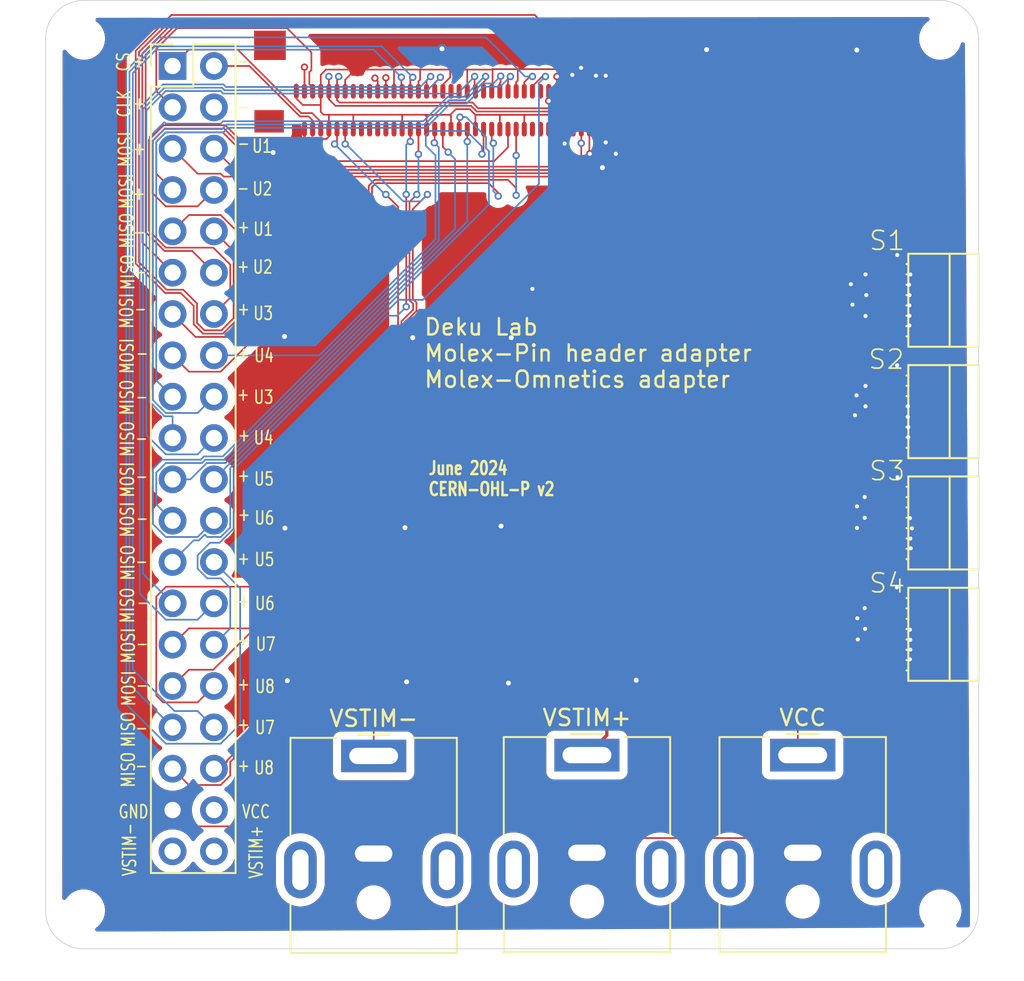
<source format=kicad_pcb>
(kicad_pcb (version 20241229) (generator "pcbnew") (generator_version "9.0")
  (layers (0 "F.Cu" signal) (4 "In1.Cu" signal) (6 "In2.Cu" signal) (2 "B.Cu" signal) (13 "F.Paste" user) (15 "B.Paste" user) (5 "F.SilkS" user "F.Silkscreen") (7 "B.SilkS" user "B.Silkscreen") (1 "F.Mask" user) (3 "B.Mask" user) (25 "Edge.Cuts" user))
  (net 0 "")
  (net 1 "/S2_MOSI1-")
  (net 2 "/S3_MISO1-")
  (net 3 "GND")
  (net 4 "/S3_MISO2-")
  (net 5 "/S2_MISO2+")
  (net 6 "/S1_MISO2+")
  (net 7 "/S2_MISO1+")
  (net 8 "/S1_MOSI2-")
  (net 9 "/S1_MISO2-")
  (net 10 "/S1_MISO1+")
  (net 11 "/S1_MOSI2+")
  (net 12 "/CS-")
  (net 13 "/S3_MOSI2+")
  (net 14 "/SCLK+")
  (net 15 "/S1_MOSI1+")
  (net 16 "/S4_MISO1-")
  (net 17 "/S4_MISO1+")
  (net 18 "/S3_MOSI1-")
  (net 19 "/S4_MOSI1-")
  (net 20 "/S2_MISO1-")
  (net 21 "/S3_MOSI1+")
  (net 22 "/S4_MOSI2-")
  (net 23 "/S4_MISO2+")
  (net 24 "/S3_MISO1+")
  (net 25 "/S2_MOSI1+")
  (net 26 "/S3_MISO2+")
  (net 27 "/S4_MOSI1+")
  (net 28 "/S1_MISO1-")
  (net 29 "/CS+")
  (net 30 "/SCLK-")
  (net 31 "/S4_MISO2-")
  (net 32 "/S2_MISO2-")
  (net 33 "/S3_MOSI2-")
  (net 34 "/S1_MOSI1-")
  (net 35 "/S4_MOSI2+")
  (net 46 "VCC")
  (net 48 "VSTIM-")
  (net 51 "VSTIM+")
  (net 59 "unconnected-(R1-Pad1)")
  (net 60 "unconnected-(R1-Pad2)")
  (net 61 "unconnected-(R2-Pad1)")
  (net 64 "unconnected-(R2-Pad2)")
  (net 66 "unconnected-(R3-Pad1)")
  (net 68 "unconnected-(R3-Pad2)")
  (net 69 "unconnected-(R4-Pad2)")
  (net 70 "unconnected-(R4-Pad1)")
  (net 73 "unconnected-(R5-Pad1)")
  (net 77 "unconnected-(R5-Pad2)")
  (net 78 "unconnected-(R6-Pad2)")
  (net 79 "unconnected-(R6-Pad1)")
  (footprint "MountingHole:MountingHole_2.1mm" (layer "F.Cu") (at 161.1 73.925)
    (property "Reference" "H3" (hide yes))
    (property "Value" "MountingHole")
  )
  (footprint "Capacitor_SMD:C_0201_0603Metric" (layer "F.Cu") (at 152.67 115.6)
    (property "Reference" "C1" (hide yes))
    (property "Value" "10 uF" (hide yes))
  )
  (footprint "Connector_BarrelJack:BarrelJack_CUI_PJ-063AH_Horizontal" (layer "F.Cu") (at 152.65 117.95)
    (property "Reference" "VCC")
    (property "Value" "Barrel_Jack_MountingPin")
  )
  (footprint "Connector_BarrelJack:BarrelJack_CUI_PJ-063AH_Horizontal" (layer "F.Cu") (at 139.4 117.95)
    (property "Reference" "VSTIM+")
    (property "Value" "Barrel_Jack_MountingPin")
  )
  (footprint "Resistor_SMD:R_0201_0603Metric" (layer "F.Cu") (at 156.15 98.145 90)
    (property "Reference" "R2" (hide yes))
    (property "Value" "R_US")
  )
  (footprint "Resistor_SMD:R_0201_0603Metric" (layer "F.Cu") (at 155.975 104.975 90)
    (property "Reference" "R5" (hide yes))
    (property "Value" "R_US")
  )
  (footprint "Connector_PinHeader_2.54mm:PinHeader_2x20_P2.54mm_Vertical" (layer "F.Cu") (at 113.95 75.605)
    (property "Reference" "J1" (hide yes))
    (property "Value" "Conn_01x40_Pin")
  )
  (footprint "Capacitor_SMD:C_0201_0603Metric" (layer "F.Cu") (at 140.3 115.8 180)
    (property "Reference" "C2" (hide yes))
    (property "Value" "10 uF" (hide yes))
  )
  (footprint "MountingHole:MountingHole_2.1mm" (layer "F.Cu") (at 108.5 73.925)
    (property "Reference" "H4" (hide yes))
    (property "Value" "MountingHole")
  )
  (footprint "Resistor_SMD:R_0201_0603Metric" (layer "F.Cu") (at 156.05 111.875 90)
    (property "Reference" "R6" (hide yes))
    (property "Value" "R_US")
  )
  (footprint "Resistor_SMD:R_0201_0603Metric" (layer "F.Cu") (at 156.05 100.35 90)
    (property "Reference" "R3" (hide yes))
    (property "Value" "R_US")
  )
  (footprint "MountingHole:MountingHole_2.1mm" (layer "F.Cu") (at 161.1 127.5)
    (property "Reference" "H2" (hide yes))
    (property "Value" "MountingHole")
  )
  (footprint "Resistor_SMD:R_0201_0603Metric" (layer "F.Cu") (at 155.975 107.15 90)
    (property "Reference" "R4" (hide yes))
    (property "Value" "R_US")
  )
  (footprint "Capacitor_SMD:C_0201_0603Metric" (layer "F.Cu") (at 126.6 115.8)
    (property "Reference" "C3" (hide yes))
    (property "Value" "10 uF" (hide yes))
  )
  (footprint "RHS2000:OMNETICS_PZN-16-AA" (layer "F.Cu") (at 159.465675 96.8425 -90)
    (property "Reference" "S2")
    (property "Value" "~")
  )
  (footprint "RHS2000:OMNETICS_PZN-16-AA" (layer "F.Cu") (at 159.465675 103.6845 -90)
    (property "Reference" "S3")
    (property "Value" "~")
  )
  (footprint "RHS2000:OMNETICS_PZN-16-AA" (layer "F.Cu") (at 159.465675 110.5265 -90)
    (property "Reference" "S4")
    (property "Value" "~")
  )
  (footprint "RHS2000:OMNETICS_PZN-16-AA" (layer "F.Cu") (at 159.465675 90.0005 -90)
    (property "Reference" "S1")
    (property "Value" "~")
  )
  (footprint "MountingHole:MountingHole_2.1mm" (layer "F.Cu") (at 108.5 127.5)
    (property "Reference" "H1" (hide yes))
    (property "Value" "MountingHole")
  )
  (footprint "Resistor_SMD:R_0201_0603Metric" (layer "F.Cu") (at 156.075 93.45 90)
    (property "Reference" "R1" (hide yes))
    (property "Value" "R_US")
  )
  (footprint "Molex_NanoPitch:molex" (layer "F.Cu") (at 129.05 76.835 180)
    (property "Reference" "J2" (hide yes))
    (property "Value" "Conn_02x40_Row_Letter_First" (hide yes))
  )
  (footprint "Connector_BarrelJack:BarrelJack_CUI_PJ-063AH_Horizontal" (layer "F.Cu") (at 126.3 118)
    (property "Reference" "VSTIM-")
    (property "Value" "Barrel_Jack_MountingPin")
  )
  (gr_line (start 106.15 73.925) (end 106.15 127.5) (stroke (width 0.05)) (layer "Edge.Cuts"))
  (gr_line (start 163.45 81.9) (end 163.45 114.575) (stroke (width 0.05)) (layer "Edge.Cuts"))
  (gr_arc (start 106.15 73.925) (mid 106.838299 72.263299) (end 108.5 71.575) (stroke (width 0.05)) (layer "Edge.Cuts"))
  (gr_line (start 163.45 81.9) (end 163.45 73.925) (stroke (width 0.05)) (layer "Edge.Cuts"))
  (gr_arc (start 161.1 71.575) (mid 162.761701 72.263299) (end 163.45 73.925) (stroke (width 0.05)) (layer "Edge.Cuts"))
  (gr_line (start 163.45 127.5) (end 163.45 114.575) (stroke (width 0.05)) (layer "Edge.Cuts"))
  (gr_arc (start 163.45 127.5) (mid 162.761701 129.161701) (end 161.1 129.85) (stroke (width 0.05)) (layer "Edge.Cuts"))
  (gr_arc (start 108.5 129.85) (mid 106.838299 129.161701) (end 106.15 127.5) (stroke (width 0.05)) (layer "Edge.Cuts"))
  (gr_line (start 108.5 129.85) (end 161.1 129.85) (stroke (width 0.05)) (layer "Edge.Cuts"))
  (gr_line (start 161.1 71.575) (end 108.5 71.575) (stroke (width 0.05)) (layer "Edge.Cuts"))
  (gr_text "GND" (at 110.575 121.9 0) (layer "F.SilkS") (effects (font (size 0.8 0.6) (thickness 0.1)) (justify left bottom)))
  (gr_text "+" (at 118.75 90.175 180) (layer "F.SilkS") (effects (font (size 0.8 0.6) (thickness 0.1)) (justify left bottom)))
  (gr_text "-" (at 118.725 82.75 180) (layer "F.SilkS") (effects (font (size 0.8 0.6) (thickness 0.1)) (justify left bottom)))
  (gr_text "U5\n" (at 118.9 101.45 0) (layer "F.SilkS") (effects (font (size 0.8 0.6) (thickness 0.1)) (justify left bottom)))
  (gr_text "MISO\n" (at 111.7 120 90) (layer "F.SilkS") (effects (font (size 0.8 0.6) (thickness 0.1)) (justify left bottom)))
  (gr_text "U1\n" (at 118.85 86.1 0) (layer "F.SilkS") (effects (font (size 0.8 0.6) (thickness 0.1)) (justify left bottom)))
  (gr_text "_" (at 112.375 113.675 180) (layer "F.SilkS") (effects (font (size 0.8 0.6) (thickness 0.1)) (justify left bottom)))
  (gr_text "Deku Lab\nMolex-Pin header adapter\nMolex-Omnetics adapter" (at 129.325 95.45 0) (layer "F.SilkS") (effects (font (size 1 1)) (justify left bottom)))
  (gr_text "+" (at 118.75 92.925 180) (layer "F.SilkS") (effects (font (size 0.8 0.6) (thickness 0.1)) (justify left bottom)))
  (gr_text "_" (at 112.35 106.075 180) (layer "F.SilkS") (effects (font (size 0.8 0.6) (thickness 0.1)) (justify left bottom)))
  (gr_text "VSTIM+" (at 119.55 125.6 90) (layer "F.SilkS") (effects (font (size 0.8 0.6) (thickness 0.1)) (justify left bottom)))
  (gr_text "U7\n" (at 119 111.6 0) (layer "F.SilkS") (effects (font (size 0.8 0.6) (thickness 0.1)) (justify left bottom)))
  (gr_text "U6\n" (at 118.925 103.85 0) (layer "F.SilkS") (effects (font (size 0.8 0.6) (thickness 0.1)) (justify left bottom)))
  (gr_text "_" (at 112.425 108.6 180) (layer "F.SilkS") (effects (font (size 0.8 0.6) (thickness 0.1)) (justify left bottom)))
  (gr_text "MOSI\n" (at 111.575 84.45 90) (layer "F.SilkS") (effects (font (size 0.8 0.6) (thickness 0.1)) (justify left bottom)))
  (gr_text "U2\n" (at 118.8 83.625 0) (layer "F.SilkS") (effects (font (size 0.8 0.6) (thickness 0.1)) (justify left bottom)))
  (gr_text "_" (at 112.35 116.3 180) (layer "F.SilkS") (effects (font (size 0.8 0.6) (thickness 0.1)) (justify left bottom)))
  (gr_text "MOSI\n" (at 111.625 94.575 90) (layer "F.SilkS") (effects (font (size 0.8 0.6) (thickness 0.1)) (justify left bottom)))
  (gr_text "VCC" (at 118.15 121.9 0) (layer "F.SilkS") (effects (font (size 0.8 0.6) (thickness 0.1)) (justify left bottom)))
  (gr_text "U8\n" (at 118.9 119.2 0) (layer "F.SilkS") (effects (font (size 0.8 0.6) (thickness 0.1)) (justify left bottom)))
  (gr_text "U7\n" (at 118.95 116.725 0) (layer "F.SilkS") (effects (font (size 0.8 0.6) (thickness 0.1)) (justify left bottom)))
  (gr_text "U3\n" (at 118.85 91.275 0) (layer "F.SilkS") (effects (font (size 0.8 0.6) (thickness 0.1)) (justify left bottom)))
  (gr_text "+" (at 118.775 97.925 180) (layer "F.SilkS") (effects (font (size 0.8 0.6) (thickness 0.1)) (justify left bottom)))
  (gr_text "June 2024\nCERN-OHL-P v2" (at 129.6 102.075 0) (layer "F.SilkS") (effects (font (size 0.8 0.6) (thickness 0.15) (bold yes)) (justify left bottom)))
  (gr_text "_" (at 112.275 90.55 180) (layer "F.SilkS") (effects (font (size 0.8 0.6) (thickness 0.1)) (justify left bottom)))
  (gr_text "U6\n" (at 118.95 109.1 0) (layer "F.SilkS") (effects (font (size 0.8 0.6) (thickness 0.1)) (justify left bottom)))
  (gr_text "-" (at 118.7 74.95 180) (layer "F.SilkS") (effects (font (size 0.8 0.6) (thickness 0.1)) (justify left bottom)))
  (gr_text "MISO\n" (at 111.675 107.275 90) (layer "F.SilkS") (effects (font (size 0.8 0.6) (thickness 0.1)) (justify left bottom)))
  (gr_text "MOSI\n" (at 111.6 91.8 90) (layer "F.SilkS") (effects (font (size 0.8 0.6) (thickness 0.1)) (justify left bottom)))
  (gr_text "MOSI\n" (at 111.65 104.625 90) (layer "F.SilkS") (effects (font (size 0.8 0.6) (thickness 0.1)) (justify left bottom)))
  (gr_text "MISO\n" (at 111.65 109.9 90) (layer "F.SilkS") (effects (font (size 0.8 0.6) (thickness 0.1)) (justify left bottom)))
  (gr_text "+" (at 118.775 102.8 180) (layer "F.SilkS") (effects (font (size 0.8 0.6) (thickness 0.1)) (justify left bottom)))
  (gr_text "-" (at 118.75 80 180) (layer "F.SilkS") (effects (font (size 0.8 0.6) (thickness 0.1)) (justify left bottom)))
  (gr_text "-" (at 112.425 87.9 180) (layer "F.SilkS") (effects (font (size 0.8 0.6) (thickness 0.1)) (justify left bottom)))
  (gr_text "MOSI\n" (at 111.725 115 90) (layer "F.SilkS") (effects (font (size 0.8 0.6) (thickness 0.1)) (justify left bottom)))
  (gr_text "+" (at 112.325 83.075 180) (layer "F.SilkS") (effects (font (size 0.8 0.6) (thickness 0.1)) (justify left bottom)))
  (gr_text "+" (at 118.75 113.225 180) (layer "F.SilkS") (effects (font (size 0.8 0.6) (thickness 0.1)) (justify left bottom)))
  (gr_text "+" (at 118.775 108.125 180) (layer "F.SilkS") (effects (font (size 0.8 0.6) (thickness 0.1)) (justify left bottom)))
  (gr_text "MOSI\n" (at 111.7 112.375 90) (layer "F.SilkS") (effects (font (size 0.8 0.6) (thickness 0.1)) (justify left bottom)))
  (gr_text "-" (at 112.35 85.45 180) (layer "F.SilkS") (effects (font (size 0.8 0.6) (thickness 0.1)) (justify left bottom)))
  (gr_text "-" (at 112.475 98.125 180) (layer "F.SilkS") (effects (font (size 0.8 0.6) (thickness 0.1)) (justify left bottom)))
  (gr_text "+" (at 112.325 74.95 180) (layer "F.SilkS") (effects (font (size 0.8 0.6) (thickness 0.1)) (justify left bottom)))
  (gr_text "+" (at 112.35 77.525 180) (layer "F.SilkS") (effects (font (size 0.8 0.6) (thickness 0.1)) (justify left bottom)))
  (gr_text "CS\n\n" (at 112.7 76 90) (layer "F.SilkS") (effects (font (size 0.8 0.6) (thickness 0.1)) (justify left bottom)))
  (gr_text "+" (at 118.725 110.525 180) (layer "F.SilkS") (effects (font (size 0.8 0.6) (thickness 0.1)) (justify left bottom)))
  (gr_text "U1\n" (at 118.775 81 0) (layer "F.SilkS") (effects (font (size 0.8 0.6) (thickness 0.1)) (justify left bottom)))
  (gr_text "MISO\n" (at 111.675 89.425 90) (layer "F.SilkS") (effects (font (size 0.8 0.6) (thickness 0.1)) (justify left bottom)))
  (gr_text "U8\n" (at 118.95 114.2 0) (layer "F.SilkS") (effects (font (size 0.8 0.6) (thickness 0.1)) (justify left bottom)))
  (gr_text "MISO\n" (at 111.65 99.675 90) (layer "F.SilkS") (effects (font (size 0.8 0.6) (thickness 0.1)) (justify left bottom)))
  (gr_text "+" (at 118.725 87.55 180) (layer "F.SilkS") (effects (font (size 0.8 0.6) (thickness 0.1)) (justify left bottom)))
  (gr_text "MOSI\n" (at 111.525 81.875 90) (layer "F.SilkS") (effects (font (size 0.8 0.6) (thickness 0.1)) (justify left bottom)))
  (gr_text "MISO\n" (at 111.7 117.525 90) (layer "F.SilkS") (effects (font (size 0.8 0.6) (thickness 0.1)) (justify left bottom)))
  (gr_text "+" (at 118.75 118.225 180) (layer "F.SilkS") (effects (font (size 0.8 0.6) (thickness 0.1)) (justify left bottom)))
  (gr_text "U4\n" (at 118.875 98.925 0) (layer "F.SilkS") (effects (font (size 0.8 0.6) (thickness 0.1)) (justify left bottom)))
  (gr_text "+" (at 112.35 80.325 180) (layer "F.SilkS") (effects (font (size 0.8 0.6) (thickness 0.1)) (justify left bottom)))
  (gr_text "_" (at 112.375 103.425 180) (layer "F.SilkS") (effects (font (size 0.8 0.6) (thickness 0.1)) (justify left bottom)))
  (gr_text "U4\n" (at 118.9 93.875 0) (layer "F.SilkS") (effects (font (size 0.8 0.6) (thickness 0.1)) (justify left bottom)))
  (gr_text "U5\n" (at 118.925 106.4 0) (layer "F.SilkS") (effects (font (size 0.8 0.6) (thickness 0.1)) (justify left bottom)))
  (gr_text "U2\n" (at 118.825 88.425 0) (layer "F.SilkS") (effects (font (size 0.8 0.6) (thickness 0.1)) (justify left bottom)))
  (gr_text "+" (at 118.75 85.125 180) (layer "F.SilkS") (effects (font (size 0.8 0.6) (thickness 0.1)) (justify left bottom)))
  (gr_text "+" (at 118.725 95.425 180) (layer "F.SilkS") (effects (font (size 0.8 0.6) (thickness 0.1)) (justify left bottom)))
  (gr_text "_" (at 112.325 118.625 180) (layer "F.SilkS") (effects (font (size 0.8 0.6) (thickness 0.1)) (justify left bottom)))
  (gr_text "-" (at 118.725 77.75 180) (layer "F.SilkS") (effects (font (size 0.8 0.6) (thickness 0.1)) (justify left bottom)))
  (gr_text "CLK\n" (at 111.45 78.825 90) (layer "F.SilkS") (effects (font (size 0.8 0.6) (thickness 0.1)) (justify left bottom)))
  (gr_text "MISO\n" (at 111.625 97.125 90) (layer "F.SilkS") (effects (font (size 0.8 0.6) (thickness 0.1)) (justify left bottom)))
  (gr_text "+" (at 118.75 105.5 180) (layer "F.SilkS") (effects (font (size 0.8 0.6) (thickness 0.1)) (justify left bottom)))
  (gr_text "-" (at 112.5 95.575 180) (layer "F.SilkS") (effects (font (size 0.8 0.6) (thickness 0.1)) (justify left bottom)))
  (gr_text "_" (at 112.35 100.85 180) (layer "F.SilkS") (effects (font (size 0.8 0.6) (thickness 0.1)) (justify left bottom)))
  (gr_text "VSTIM-" (at 111.775 125.45 90) (layer "F.SilkS") (effects (font (size 0.8 0.6) (thickness 0.1)) (justify left bottom)))
  (gr_text "+" (at 118.75 115.7 180) (layer "F.SilkS") (effects (font (size 0.8 0.6) (thickness 0.1)) (justify left bottom)))
  (gr_text "+" (at 118.75 100.4 180) (layer "F.SilkS") (effects (font (size 0.8 0.6) (thickness 0.1)) (justify left bottom)))
  (gr_text "_" (at 112.375 111.125 180) (layer "F.SilkS") (effects (font (size 0.8 0.6) (thickness 0.1)) (justify left bottom)))
  (gr_text "U3\n" (at 118.875 96.425 0) (layer "F.SilkS") (effects (font (size 0.8 0.6) (thickness 0.1)) (justify left bottom)))
  (gr_text "_" (at 112.375 93.275 180) (layer "F.SilkS") (effects (font (size 0.8 0.6) (thickness 0.1)) (justify left bottom)))
  (gr_text "MOSI\n" (at 111.65 102.175 90) (layer "F.SilkS") (effects (font (size 0.8 0.6) (thickness 0.1)) (justify left bottom)))
  (gr_text "MISO\n" (at 111.6 86.875 90) (layer "F.SilkS") (effects (font (size 0.8 0.6) (thickness 0.1)) (justify left bottom)))
  (segment (start 133.55 80.25) (end 133.65 80.35) (width 0.1016) (layer "F.Cu") (net 1))
  (segment (start 114.9524 94.3874) (end 113.95 93.385) (width 0.1016) (layer "F.Cu") (net 1))
  (segment (start 125.9968 85.00844) (end 118.75144 92.2538) (width 0.1016) (layer "F.Cu") (net 1))
  (segment (start 158.449675 96.525) (end 159.100325 96.525) (width 0.1016) (layer "F.Cu") (net 1))
  (segment (start 134.55 82.6032) (end 126.359432 82.6032) (width 0.1016) (layer "F.Cu") (net 1))
  (segment (start 135.05 83.55) (end 135.05 83.1032) (width 0.1016) (layer "F.Cu") (net 1))
  (segment (start 126.359432 82.6032) (end 125.9968 82.965832) (width 0.1016) (layer "F.Cu") (net 1))
  (segment (start 133.3564 82.8064) (end 126.4436 82.8064) (width 0.1016) (layer "F.Cu") (net 1))
  (segment (start 125.9968 82.965832) (end 125.9968 85.00844) (width 0.1016) (layer "F.Cu") (net 1))
  (segment (start 133.95 83.4) (end 133.3564 82.8064) (width 0.1016) (layer "F.Cu") (net 1))
  (segment (start 135.05 83.1032) (end 134.55 82.6032) (width 0.1016) (layer "F.Cu") (net 1))
  (segment (start 126.4436 82.8064) (end 126.2 83.05) (width 0.1016) (layer "F.Cu") (net 1))
  (segment (start 135.05 79.485) (end 135.05 81.1) (width 0.1016) (layer "F.Cu") (net 1))
  (segment (start 157.306675 97.16) (end 155.950325 97.16) (width 0.1016) (layer "F.Cu") (net 1))
  (segment (start 126.2 85.092608) (end 116.905208 94.3874) (width 0.1016) (layer "F.Cu") (net 1))
  (segment (start 159.100325 96.525) (end 159.107825 96.5175) (width 0.1016) (layer "F.Cu") (net 1))
  (segment (start 118.75144 92.2538) (end 115.3588 92.2538) (width 0.1016) (layer "F.Cu") (net 1))
  (segment (start 126.2 83.05) (end 126.2 85.092608) (width 0.1016) (layer "F.Cu") (net 1))
  (segment (start 155.950325 97.16) (end 155.857825 97.0675) (width 0.1016) (layer "F.Cu") (net 1))
  (segment (start 115.3588 92.2538) (end 113.95 90.845) (width 0.1016) (layer "F.Cu") (net 1))
  (segment (start 133.55 79.485) (end 133.55 80.25) (width 0.1016) (layer "F.Cu") (net 1))
  (segment (start 133.95 83.6) (end 133.95 83.4) (width 0.1016) (layer "F.Cu") (net 1))
  (segment (start 116.905208 94.3874) (end 114.9524 94.3874) (width 0.1016) (layer "F.Cu") (net 1))
  (via micro (at 159.107825 96.5175) (size 0.45) (drill 0.25) (layers "F.Cu" "In2.Cu") (net 1))
  (via micro (at 133.95 83.6) (size 0.45) (drill 0.25) (layers "F.Cu" "B.Cu") (net 1))
  (via micro (at 135.05 81.1) (size 0.45) (drill 0.25) (layers "F.Cu" "B.Cu") (net 1))
  (via micro (at 155.857825 97.0675) (size 0.45) (drill 0.25) (layers "F.Cu" "In2.Cu") (net 1))
  (via micro (at 133.65 80.35) (size 0.45) (drill 0.25) (layers "F.Cu" "B.Cu") (net 1))
  (via micro (at 135.05 83.55) (size 0.45) (drill 0.25) (layers "F.Cu" "B.Cu") (net 1))
  (segment (start 133.65 83.3) (end 133.65 80.55) (width 0.1016) (layer "B.Cu") (net 1))
  (segment (start 133.65 80.55) (end 133.75 80.45) (width 0.1016) (layer "B.Cu") (net 1))
  (segment (start 133.95 83.6) (end 133.65 83.3) (width 0.1016) (layer "B.Cu") (net 1))
  (segment (start 135.05 83.55) (end 135.05 81.1) (width 0.1016) (layer "B.Cu") (net 1))
  (segment (start 136.05 76.852173) (end 136.05 77.16) (width 0.1016) (layer "F.Cu") (net 2))
  (segment (start 155.982825 102.6675) (end 156.047325 102.732) (width 0.1016) (layer "F.Cu") (net 2))
  (segment (start 136.652173 76.25) (end 136.05 76.852173) (width 0.1016) (layer "F.Cu") (net 2))
  (segment (start 156.047325 102.732) (end 157.306675 102.732) (width 0.1016) (layer "F.Cu") (net 2))
  (segment (start 136.85 76.25) (end 136.652173 76.25) (width 0.1016) (layer "F.Cu") (net 2))
  (via micro (at 155.982825 102.6675) (size 0.45) (drill 0.25) (layers "F.Cu" "In2.Cu") (net 2))
  (via micro (at 136.85 76.25) (size 0.45) (drill 0.25) (layers "F.Cu" "B.Cu") (net 2))
  (segment (start 115.2494 104.7506) (end 113.95 106.05) (width 0.1016) (layer "B.Cu") (net 2))
  (segment (start 116.074792 104.5474) (end 115.92488 104.397488) (width 0.1016) (layer "B.Cu") (net 2))
  (segment (start 115.92488 104.397488) (end 115.571768 104.7506) (width 0.1016) (layer "B.Cu") (net 2))
  (segment (start 127.8258 89.9742) (end 117.4924 100.3076) (width 0.1016) (layer "B.Cu") (net 2))
  (segment (start 113.95 106.05) (end 113.95 106.085) (width 0.1016) (layer "B.Cu") (net 2))
  (segment (start 129.3258 89.9742) (end 127.8258 89.9742) (width 0.1016) (layer "B.Cu") (net 2))
  (segment (start 116.905208 104.5474) (end 116.074792 104.5474) (width 0.1016) (layer "B.Cu") (net 2))
  (segment (start 136.85 76.25) (end 136.45 76.65) (width 0.1016) (layer "B.Cu") (net 2))
  (segment (start 117.4924 100.3076) (end 117.4924 103.960208) (width 0.1016) (layer "B.Cu") (net 2))
  (segment (start 117.4924 103.960208) (end 116.905208 104.5474) (width 0.1016) (layer "B.Cu") (net 2))
  (segment (start 136.45 82.85) (end 129.3258 89.9742) (width 0.1016) (layer "B.Cu") (net 2))
  (segment (start 136.45 76.65) (end 136.45 82.85) (width 0.1016) (layer "B.Cu") (net 2))
  (segment (start 115.571768 104.7506) (end 115.2494 104.7506) (width 0.1016) (layer "B.Cu") (net 2))
  (segment (start 140.1 78.6064) (end 141.4064 78.6064) (width 0.1016) (layer "F.Cu") (net 3))
  (segment (start 127.52 114.255) (end 127.52 115.2) (width 0.1016) (layer "F.Cu") (net 3))
  (segment (start 137.95 75.8) (end 138.05 75.9) (width 0.1016) (layer "F.Cu") (net 3))
  (segment (start 146.9 74.6) (end 145.1148 74.6) (width 0.1016) (layer "F.Cu") (net 3))
  (segment (start 133.600217 75.800217) (end 135.149783 75.800217) (width 0.1016) (layer "F.Cu") (net 3))
  (segment (start 128.05 78.6) (end 128.05 79.485) (width 0.1016) (layer "F.Cu") (net 3))
  (segment (start 135.55 78.6064) (end 138.55 78.6064) (width 0.1016) (layer "F.Cu") (net 3))
  (segment (start 134.05 78.6064) (end 135.55 78.6064) (width 0.1016) (layer "F.Cu") (net 3))
  (segment (start 138.55 79.485) (end 138.55 78.6064) (width 0.1016) (layer "F.Cu") (net 3))
  (segment (start 132.55 78.6064) (end 134.05 78.6064) (width 0.1016) (layer "F.Cu") (net 3))
  (segment (start 151.7476 123.0476) (end 152.65 123.95) (width 0.1016) (layer "F.Cu") (net 3))
  (segment (start 124.55 76.45) (end 124.9 76.1) (width 0.1016) (layer "F.Cu") (net 3))
  (segment (start 131 78.6064) (end 131.35 78.2564) (width 0.1016) (layer "F.Cu") (net 3))
  (segment (start 135.15 76.5) (end 135.15 75.8) (width 0.1016) (layer "F.Cu") (net 3))
  (segment (start 123.05 78.425) (end 123.225 78.6) (width 0.1016) (layer "F.Cu") (net 3))
  (segment (start 131.05 78.6564) (end 131 78.6064) (width 0.1016) (layer "F.Cu") (net 3))
  (segment (start 127.55 75.8242) (end 129.15 75.8242) (width 0.1016) (layer "F.Cu") (net 3))
  (segment (start 129.05 77.16) (end 129.05 76.552173) (width 0.1016) (layer "F.Cu") (net 3))
  (segment (start 141.55 78.75) (end 141.55 79.485) (width 0.1016) (layer "F.Cu") (net 3))
  (segment (start 132.05 75.8242) (end 133.5758 75.8242) (width 0.1016) (layer "F.Cu") (net 3))
  (segment (start 122.05 79.94) (end 122.2024 80.0924) (width 0.1016) (layer "F.Cu") (net 3))
  (segment (start 132.05 77.16) (end 132.05 75.8242) (width 0.1016) (layer "F.Cu") (net 3))
  (segment (start 129.15 75.8242) (end 131 75.8242) (width 0.1016) (layer "F.Cu") (net 3))
  (segment (start 152.99 115.49) (end 152.99 115.6) (width 0.1016) (layer "F.Cu") (net 3))
  (segment (start 145.1148 74.6) (end 142.5548 77.16) (width 0.1016) (layer "F.Cu") (net 3))
  (segment (start 139.55 77.9968) (end 139.55 77.16) (width 0.1016) (layer "F.Cu") (net 3))
  (segment (start 138.05 75.9) (end 138.05 77.16) (width 0.1016) (layer "F.Cu") (net 3))
  (segment (start 113.95 121.325) (end 114.9524 122.3274) (width 0.1016) (layer "F.Cu") (net 3))
  (segment (start 123.55 79.94) (end 123.55 79.485) (width 0.1016) (layer "F.Cu") (net 3))
  (segment (start 139.65 77.9968) (end 141.05 77.9968) (width 0.1016) (layer "F.Cu") (net 3))
  (segment (start 125.05 78.6) (end 128.05 78.6) (width 0.1016) (layer "F.Cu") (net 3))
  (segment (start 140.3024 123.0476) (end 151.7476 123.0476) (width 0.1016) (layer "F.Cu") (net 3))
  (segment (start 129.15 76.452173) (end 129.15 75.8242) (width 0.1016) (layer "F.Cu") (net 3))
  (segment (start 158.449675 87.778) (end 158.449675 87.22565) (width 0.1016) (layer "F.Cu") (net 3))
  (segment (start 132.55 79.485) (end 132.55 78.6064) (width 0.1016) (layer "F.Cu") (net 3))
  (segment (start 132.2 78.2564) (end 132.55 78.6064) (width 0.1016) (layer "F.Cu") (net 3))
  (segment (start 123.05 77.16) (end 123.05 76.147827) (width 0.1016) (layer "F.Cu") (net 3))
  (segment (start 141.705 114.07) (end 141.705 114.075) (width 0.1016) (layer "F.Cu") (net 3))
  (segment (start 127.55 77.16) (end 127.55 75.8242) (width 0.1016) (layer "F.Cu") (net 3))
  (segment (start 158.449675 94.000325) (end 158.45 94) (width 0.1016) (layer "F.Cu") (net 3))
  (segment (start 141.705 114.075) (end 139.98 115.8) (width 0.1016) (layer "F.Cu") (net 3))
  (segment (start 121.55 77.145) (end 121.55 77.6) (width 0.1016) (layer "F.Cu") (net 3))
  (segment (start 123.05 78) (end 123.05 78.425) (width 0.1016) (layer "F.Cu") (net 3))
  (segment (start 140.05 78.6564) (end 140.1 78.6064) (width 0.1016) (layer "F.Cu") (net 3))
  (segment (start 129.55 78.7) (end 129.55 79.485) (width 0.1016) (layer "F.Cu") (net 3))
  (segment (start 140.05 79.485) (end 140.05 78.6564) (width 0.1016) (layer "F.Cu") (net 3))
  (segment (start 138.05 77.16) (end 138.05 77.9968) (width 0.1016) (layer "F.Cu") (net 3))
  (segment (start 150.95 113.45) (end 152.99 115.49) (width 0.1016) (layer "F.Cu") (net 3))
  (segment (start 130.55 76.752173) (end 131 76.302173) (width 0.1016) (layer "F.Cu") (net 3))
  (segment (start 123.575 78.6) (end 123.55 78.625) (width 0.1016) (layer "F.Cu") (net 3))
  (segment (start 142.425 113.35) (end 141.705 114.07) (width 0.1016) (layer "F.Cu") (net 3))
  (segment (start 139.65 77.9968) (end 139.55 77.9968) (width 0.1016) (layer "F.Cu") (net 3))
  (segment (start 133.6008 77.1092) (end 133.6008 75.8008) (width 0.1016) (layer "F.Cu") (net 3))
  (segment (start 124.6274 122.3274) (end 126.3 124) (width 0.1016) (layer "F.Cu") (net 3))
  (segment (start 129.5 78.6) (end 129.5064 78.6064) (width 0.1016) (layer "F.Cu") (net 3))
  (segment (start 123.05 77.16) (end 123.05 78) (width 0.1016) (layer "F.Cu") (net 3))
  (segment (start 131.35 78.2564) (end 132.2 78.2564) (width 0.1016) (layer "F.Cu") (net 3))
  (segment (start 121.55 77.6) (end 121.95 78) (width 0.1016) (layer "F.Cu") (net 3))
  (segment (start 158.449675 107.663298) (end 158.427294 107.640917) (width 0.1016) (layer "F.Cu") (net 3))
  (segment (start 139.4 123.95) (end 140.3024 123.0476) (width 0.1016) (layer "F.Cu") (net 3))
  (segment (start 141.05 77.9968) (end 141.05 77.16) (width 0.1016) (layer "F.Cu") (net 3))
  (segment (start 122.05 79.485) (end 122.05 79.94) (width 0.1016) (layer "F.Cu") (net 3))
  (segment (start 123.225 78.6) (end 123.575 78.6) (width 0.1016) (layer "F.Cu") (net 3))
  (segment (start 131.05 79.485) (end 131.05 78.6564) (width 0.1016) (layer "F.Cu") (net 3))
  (segment (start 133.5758 75.8242) (end 133.6 75.8) (width 0.1016) (layer "F.Cu") (net 3))
  (segment (start 131 75.8242) (end 132.05 75.8242) (width 0.1016) (layer "F.Cu") (net 3))
  (segment (start 142.5548 77.16) (end 141.05 77.16) (width 0.1016) (layer "F.Cu") (net 3))
  (segment (start 128.05 78.6) (end 129.45 78.6) (width 0.1016) (layer "F.Cu") (net 3))
  (segment (start 123.3976 80.0924) (end 123.55 79.94) (width 0.1016) (layer "F.Cu") (net 3))
  (segment (start 125.05 78.6) (end 123.575 78.6) (width 0.1016) (layer "F.Cu") (net 3))
  (segment (start 134.05 79.485) (end 134.05 78.6064) (width 0.1016) (layer "F.Cu") (net 3))
  (segment (start 124.9 76.1) (end 124.9 75.8242) (width 0.1016) (layer "F.Cu") (net 3))
  (segment (start 125.05 78.6) (end 125.05 79.485) (width 0.1016) (layer "F.Cu") (net 3))
  (segment (start 135.55 79.485) (end 135.55 78.6064) (width 0.1016) (layer "F.Cu") (net 3))
  (segment (start 122.2024 80.0924) (end 123.3976 80.0924) (width 0.1016) (layer "F.Cu") (net 3))
  (segment (start 123.05 76.147827) (end 123.373627 75.8242) (width 0.1016) (layer "F.Cu") (net 3))
  (segment (start 158.449675 94.62) (end 158.449675 94.000325) (width 0.1016) (layer "F.Cu") (net 3))
  (segment (start 142.425 113.35) (end 142.525 113.45) (width 0.1016) (layer "F.Cu") (net 3))
  (segment (start 127.52 115.2) (end 126.92 115.8) (width 0.1016) (layer "F.Cu") (net 3))
  (segment (start 158.449675 101.462) (end 158.449675 100.900325) (width 0.1016) (layer "F.Cu") (net 3))
  (segment (start 133.6008 75.8008) (end 133.6 75.8) (width 0.1016) (layer "F.Cu") (net 3))
  (segment (start 121.95 78) (end 123.05 78) (width 0.1016) (layer "F.Cu") (net 3))
  (segment (start 129.05 76.552173) (end 129.15 76.452173) (width 0.1016) (layer "F.Cu") (net 3))
  (segment (start 138.55 78.6064) (end 140.1 78.6064) (width 0.1016) (layer "F.Cu") (net 3))
  (segment (start 158.449675 87.22565) (end 158.457825 87.2175) (width 0.1016) (layer "F.Cu") (net 3))
  (segment (start 141.4064 78.6064) (end 141.55 78.75) (width 0.1016) (layer "F.Cu") (net 3))
  (segment (start 133.55 77.16) (end 133.6008 77.1092) (width 0.1016) (layer "F.Cu") (net 3))
  (segment (start 142.525 113.45) (end 150.95 113.45) (width 0.1016) (layer "F.Cu") (net 3))
  (segment (start 135.15 75.8) (end 137.95 75.8) (width 0.1016) (layer "F.Cu") (net 3))
  (segment (start 135.05 76.6) (end 135.15 76.5) (width 0.1016) (layer "F.Cu") (net 3))
  (segment (start 130.55 77.16) (end 130.55 76.752173) (width 0.1016) (layer "F.Cu") (net 3))
  (segment (start 129.45 78.6) (end 129.5 78.6) (width 0.1016) (layer "F.Cu") (net 3))
  (segment (start 123.55 78.625) (end 123.55 79.485) (width 0.1016) (layer "F.Cu") (net 3))
  (segment (start 123.373627 75.8242) (end 124.9 75.8242) (width 0.1016) (layer "F.Cu") (net 3))
  (segment (start 114.9524 122.3274) (end 124.6274 122.3274) (width 0.1016) (layer "F.Cu") (net 3))
  (segment (start 158.449675 108.304) (end 158.449675 107.663298) (width 0.1016) (layer "F.Cu") (net 3))
  (segment (start 128.325 113.45) (end 127.52 114.255) (width 0.1016) (layer "F.Cu") (net 3))
  (segment (start 129.45 78.6) (end 129.55 78.7) (width 0.1016) (layer "F.Cu") (net 3))
  (segment (start 124.9 75.8242) (end 127.55 75.8242) (width 0.1016) (layer "F.Cu") (net 3))
  (segment (start 158.449675 100.900325) (end 158.475 100.875) (width 0.1016) (layer "F.Cu") (net 3))
  (segment (start 135.149783 75.800217) (end 135.15 75.8) (width 0.1016) (layer "F.Cu") (net 3))
  (segment (start 129.5064 78.6064) (end 131 78.6064) (width 0.1016) (layer "F.Cu") (net 3))
  (segment (start 131 76.302173) (end 131 75.8242) (width 0.1016) (layer "F.Cu") (net 3))
  (segment (start 133.6 75.8) (end 133.600217 75.800217) (width 0.1016) (layer "F.Cu") (net 3))
  (segment (start 138.05 77.9968) (end 139.65 77.9968) (width 0.1016) (layer "F.Cu") (net 3))
  (segment (start 124.55 76.45) (end 124.55 77.16) (width 0.1016) (layer "F.Cu") (net 3))
  (segment (start 135.05 77.16) (end 135.05 76.6) (width 0.1016) (layer "F.Cu") (net 3))
  (via (at 121 113.375) (size 0.5) (drill 0.3) (layers "F.Cu" "B.Cu") (net 3))
  (via (at 128.7 92.3) (size 0.5) (drill 0.3) (layers "F.Cu" "B.Cu") (net 3))
  (via (at 120.85 104) (size 0.5) (drill 0.3) (layers "F.Cu" "B.Cu") (net 3))
  (via micro (at 158.457825 87.2175) (size 0.45) (drill 0.25) (layers "F.Cu" "B.Cu") (net 3))
  (via (at 134.575 113.525) (size 0.6) (drill 0.3) (layers "F.Cu" "B.Cu") (net 3))
  (via micro (at 158.45 94) (size 0.45) (drill 0.25) (layers "F.Cu" "In1.Cu") (net 3))
  (via (at 146.75 74.6) (size 0.6) (drill 0.3) (layers "F.Cu" "B.Cu") (net 3))
  (via micro (at 158.475 100.875) (size 0.45) (drill 0.25) (layers "F.Cu" "In1.Cu") (net 3))
  (via (at 134.75 92.3) (size 0.5) (drill 0.3) (layers "F.Cu" "B.Cu") (net 3))
  (via (at 140.35 81.85) (size 0.5) (drill 0.3) (layers "F.Cu" "B.Cu") (net 3))
  (via (at 120.125 80.925) (size 0.5) (drill 0.3) (layers "F.Cu" "B.Cu") (net 3))
  (via (at 128.225 103.975) (size 0.5) (drill 0.3) (layers "F.Cu" "B.Cu") (net 3))
  (via micro (at 158.427294 107.640917) (size 0.45) (drill 0.25) (layers "F.Cu" "In1.Cu") (net 3))
  (via (at 128.325 113.45) (size 0.6) (drill 0.3) (layers "F.Cu" "B.Cu") (net 3))
  (via (at 130.5 74.55) (size 0.6) (drill 0.3) (layers "F.Cu" "B.Cu") (net 3))
  (via (at 120.825 92.225) (size 0.5) (drill 0.3) (layers "F.Cu" "B.Cu") (net 3))
  (via (at 142.425 113.35) (size 0.6) (drill 0.3) (layers "F.Cu" "B.Cu") (net 3))
  (via (at 134.125 103.875) (size 0.5) (drill 0.3) (layers "F.Cu" "B.Cu") (net 3))
  (via (at 155.975 74.625) (size 0.6) (drill 0.3) (layers "F.Cu" "B.Cu") (net 3))
  (segment (start 158.449675 104.637) (end 159.252325 104.637) (width 0.1016) (layer "F.Cu") (net 4))
  (segment (start 130.4 76.3) (end 130.05 76.65) (width 0.1016) (layer "F.Cu") (net 4))
  (segment (start 130.05 76.65) (end 130.05 77.16) (width 0.1016) (layer "F.Cu") (net 4))
  (segment (start 159.252325 104.637) (end 159.257825 104.6425) (width 0.1016) (layer "F.Cu") (net 4))
  (via micro (at 130.4 76.3) (size 0.45) (drill 0.25) (layers "F.Cu" "B.Cu") (net 4))
  (via micro (at 159.257825 104.6425) (size 0.45) (drill 0.25) (layers "F.Cu" "In2.Cu") (net 4))
  (segment (start 129.6032 77.0968) (end 117.146776 77.0968) (width 0.1016) (layer "B.Cu") (net 4))
  (segment (start 113.450624 76.9394) (end 112.1348 78.255224) (width 0.1016) (layer "B.Cu") (net 4))
  (segment (start 112.1348 78.255224) (end 112.1348 106.8098) (width 0.1016) (layer "B.Cu") (net 4))
  (segment (start 112.1348 106.8098) (end 113.95 108.625) (width 0.1016) (layer "B.Cu") (net 4))
  (segment (start 116.989376 76.9394) (end 113.450624 76.9394) (width 0.1016) (layer "B.Cu") (net 4))
  (segment (start 117.146776 77.0968) (end 116.989376 76.9394) (width 0.1016) (layer "B.Cu") (net 4))
  (segment (start 130.4 76.3) (end 129.6032 77.0968) (width 0.1016) (layer "B.Cu") (net 4))
  (segment (start 132.5 76.25) (end 132.5 77.11) (width 0.1016) (layer "F.Cu") (net 5))
  (segment (start 132.5 77.11) (end 132.55 77.16) (width 0.1016) (layer "F.Cu") (net 5))
  (segment (start 158.449675 98.43) (end 159.120325 98.43) (width 0.1016) (layer "F.Cu") (net 5))
  (segment (start 159.120325 98.43) (end 159.132825 98.4175) (width 0.1016) (layer "F.Cu") (net 5))
  (via micro (at 159.132825 98.4175) (size 0.45) (drill 0.25) (layers "F.Cu" "In2.Cu") (net 5))
  (via micro (at 132.5 76.25) (size 0.45) (drill 0.25) (layers "F.Cu" "B.Cu") (net 5))
  (segment (start 132.5 76.25) (end 131.45 77.3) (width 0.1016) (layer "B.Cu") (net 5))
  (segment (start 117.062608 77.3) (end 116.905208 77.1426) (width 0.1016) (layer "B.Cu") (net 5))
  (segment (start 112.338 78.339392) (end 112.338 98.270608) (width 0.1016) (layer "B.Cu") (net 5))
  (segment (start 116.905208 77.1426) (end 113.534792 77.1426) (width 0.1016) (layer "B.Cu") (net 5))
  (segment (start 115.4876 99.4674) (end 116.49 98.465) (width 0.1016) (layer "B.Cu") (net 5))
  (segment (start 112.338 98.270608) (end 113.534792 99.4674) (width 0.1016) (layer "B.Cu") (net 5))
  (segment (start 113.534792 99.4674) (end 115.4876 99.4674) (width 0.1016) (layer "B.Cu") (net 5))
  (segment (start 113.534792 77.1426) (end 112.338 78.339392) (width 0.1016) (layer "B.Cu") (net 5))
  (segment (start 131.45 77.3) (end 117.062608 77.3) (width 0.1016) (layer "B.Cu") (net 5))
  (segment (start 114.133232 73.0794) (end 112.2936 74.919032) (width 0.1016) (layer "F.Cu") (net 6))
  (segment (start 138.5 76.15) (end 138.5 75.637368) (width 0.1016) (layer "F.Cu") (net 6))
  (segment (start 138.55 76.2) (end 138.5 76.15) (width 0.1016) (layer "F.Cu") (net 6))
  (segment (start 112.2936 85.813576) (end 113.450624 86.9706) (width 0.1016) (layer "F.Cu") (net 6))
  (segment (start 138.5 75.637368) (end 135.942032 73.0794) (width 0.1016) (layer "F.Cu") (net 6))
  (segment (start 113.450624 86.9706) (end 115.1556 86.9706) (width 0.1016) (layer "F.Cu") (net 6))
  (segment (start 135.942032 73.0794) (end 114.133232 73.0794) (width 0.1016) (layer "F.Cu") (net 6))
  (segment (start 115.1556 86.9706) (end 116.49 88.305) (width 0.1016) (layer "F.Cu") (net 6))
  (segment (start 112.2936 74.919032) (end 112.2936 85.813576) (width 0.1016) (layer "F.Cu") (net 6))
  (segment (start 138.55 77.16) (end 138.55 76.2) (width 0.1016) (layer "F.Cu") (net 6))
  (segment (start 159.164912 91.588) (end 158.449675 91.588) (width 0.1016) (layer "F.Cu") (net 6))
  (segment (start 159.199961 91.552951) (end 159.164912 91.588) (width 0.1016) (layer "F.Cu") (net 6))
  (via micro (at 159.199961 91.552951) (size 0.45) (drill 0.25) (layers "F.Cu" "In2.Cu") (net 6))
  (via micro (at 138.5 76.15) (size 0.45) (drill 0.25) (layers "F.Cu" "In2.Cu") (net 6))
  (segment (start 134.100477 76.226017) (end 134.1 76.226494) (width 0.1016) (layer "F.Cu") (net 7))
  (segment (start 156.520325 95.255) (end 156.507825 95.2675) (width 0.1016) (layer "F.Cu") (net 7))
  (segment (start 157.306675 95.255) (end 156.520325 95.255) (width 0.1016) (layer "F.Cu") (net 7))
  (segment (start 134.1 76.6) (end 134.05 76.65) (width 0.1016) (layer "F.Cu") (net 7))
  (segment (start 134.05 76.65) (end 134.05 77.16) (width 0.1016) (layer "F.Cu") (net 7))
  (segment (start 134.1 76.226494) (end 134.1 76.6) (width 0.1016) (layer "F.Cu") (net 7))
  (via micro (at 156.507825 95.2675) (size 0.45) (drill 0.25) (layers "F.Cu" "In2.Cu") (net 7))
  (via micro (at 134.100477 76.226017) (size 0.45) (drill 0.25) (layers "F.Cu" "B.Cu") (net 7))
  (segment (start 116.989376 79.4794) (end 113.450624 79.4794) (width 0.1016) (layer "B.Cu") (net 7))
  (segment (start 112.7444 96.137008) (end 113.534792 96.9274) (width 0.1016) (layer "B.Cu") (net 7))
  (segment (start 130.930968 77.7064) (end 129.434168 79.2032) (width 0.1016) (layer "B.Cu") (net 7))
  (segment (start 132.963741 76.6758) (end 131.933141 77.7064) (width 0.1016) (layer "B.Cu") (net 7))
  (segment (start 113.450624 79.4794) (end 112.7444 80.185624) (width 0.1016) (layer "B.Cu") (net 7))
  (segment (start 117.265576 79.2032) (end 116.989376 79.4794) (width 0.1016) (layer "B.Cu") (net 7))
  (segment (start 129.434168 79.2032) (end 117.265576 79.2032) (width 0.1016) (layer "B.Cu") (net 7))
  (segment (start 131.933141 77.7064) (end 130.930968 77.7064) (width 0.1016) (layer "B.Cu") (net 7))
  (segment (start 133.650694 76.6758) (end 132.963741 76.6758) (width 0.1016) (layer "B.Cu") (net 7))
  (segment (start 115.4876 96.9274) (end 116.49 95.925) (width 0.1016) (layer "B.Cu") (net 7))
  (segment (start 134.100477 76.226017) (end 133.650694 76.6758) (width 0.1016) (layer "B.Cu") (net 7))
  (segment (start 113.534792 96.9274) (end 115.4876 96.9274) (width 0.1016) (layer "B.Cu") (net 7))
  (segment (start 112.7444 80.185624) (end 112.7444 96.137008) (width 0.1016) (layer "B.Cu") (net 7))
  (segment (start 113.534792 79.6826) (end 117.0326 79.6826) (width 0.1016) (layer "F.Cu") (net 8))
  (segment (start 113.95 83.225) (end 112.9476 82.2226) (width 0.1016) (layer "F.Cu") (net 8))
  (segment (start 139.55 79.485) (end 139.55 80.975) (width 0.1016) (layer "F.Cu") (net 8))
  (segment (start 119.3436 81.9936) (end 138.5814 81.9936) (width 0.1016) (layer "F.Cu") (net 8))
  (segment (start 112.9476 80.269792) (end 113.534792 79.6826) (width 0.1016) (layer "F.Cu") (net 8))
  (segment (start 117.0326 79.6826) (end 119.3436 81.9936) (width 0.1016) (layer "F.Cu") (net 8))
  (segment (start 138.5814 81.9936) (end 139.575 81) (width 0.1016) (layer "F.Cu") (net 8))
  (segment (start 159.207825 89.683) (end 158.449675 89.683) (width 0.1016) (layer "F.Cu") (net 8))
  (segment (start 139.55 80.975) (end 139.575 81) (width 0.1016) (layer "F.Cu") (net 8))
  (segment (start 112.9476 82.2226) (end 112.9476 80.269792) (width 0.1016) (layer "F.Cu") (net 8))
  (via micro (at 159.207825 89.683) (size 0.45) (drill 0.25) (layers "F.Cu" "In2.Cu") (net 8))
  (via micro (at 139.575 81) (size 0.45) (drill 0.25) (layers "F.Cu" "In2.Cu") (net 8))
  (segment (start 139.05 75.726387) (end 139.05 77.16) (width 0.1016) (layer "F.Cu") (net 9))
  (segment (start 112.0904 86.4454) (end 113.95 88.305) (width 0.1016) (layer "F.Cu") (net 9))
  (segment (start 114.049064 72.8762) (end 112.0904 74.834864) (width 0.1016) (layer "F.Cu") (net 9))
  (segment (start 139.03943 75.715817) (end 139.05 75.726387) (width 0.1016) (layer "F.Cu") (net 9))
  (segment (start 136.0262 72.8762) (end 114.049064 72.8762) (width 0.1016) (layer "F.Cu") (net 9))
  (segment (start 112.0904 74.834864) (end 112.0904 86.4454) (width 0.1016) (layer "F.Cu") (net 9))
  (segment (start 159.207825 90.953) (end 158.449675 90.953) (width 0.1016) (layer "F.Cu") (net 9))
  (segment (start 138.865817 75.715817) (end 136.0262 72.8762) (width 0.1016) (layer "F.Cu") (net 9))
  (segment (start 139.03943 75.715817) (end 138.865817 75.715817) (width 0.1016) (layer "F.Cu") (net 9))
  (via micro (at 159.207825 90.953) (size 0.45) (drill 0.25) (layers "F.Cu" "In2.Cu") (net 9))
  (via micro (at 139.03943 75.715817) (size 0.45) (drill 0.25) (layers "F.Cu" "In2.Cu") (net 9))
  (segment (start 117.6956 86.9706) (end 116.49 85.765) (width 0.1016) (layer "F.Cu") (net 10))
  (segment (start 140.05 77.16) (end 140.05 76.300003) (width 0.1016) (layer "F.Cu") (net 10))
  (segment (start 140.05 76.124214) (end 139.215803 75.290017) (width 0.1016) (layer "F.Cu") (net 10))
  (segment (start 136.110368 72.673) (end 113.964896 72.673) (width 0.1016) (layer "F.Cu") (net 10))
  (segment (start 139.215803 75.290017) (end 138.727385 75.290017) (width 0.1016) (layer "F.Cu") (net 10))
  (segment (start 115.9032 91.8474) (end 116.9526 91.8474) (width 0.1016) (layer "F.Cu") (net 10))
  (segment (start 113.577392 89.35) (end 114.6 89.35) (width 0.1016) (layer "F.Cu") (net 10))
  (segment (start 157.306675 88.413) (end 156.512325 88.413) (width 0.1016) (layer "F.Cu") (net 10))
  (segment (start 140.05 77.16) (end 140.05 76.124214) (width 0.1016) (layer "F.Cu") (net 10))
  (segment (start 116.9526 91.8474) (end 117.6956 91.1044) (width 0.1016) (layer "F.Cu") (net 10))
  (segment (start 156.512325 88.413) (end 156.507825 88.4175) (width 0.1016) (layer "F.Cu") (net 10))
  (segment (start 140.05 76.300003) (end 139.949997 76.2) (width 0.1016) (layer "F.Cu") (net 10))
  (segment (start 115.45 91.3942) (end 115.9032 91.8474) (width 0.1016) (layer "F.Cu") (net 10))
  (segment (start 111.8872 74.750696) (end 111.8872 87.659808) (width 0.1016) (layer "F.Cu") (net 10))
  (segment (start 114.6 89.35) (end 115.45 90.2) (width 0.1016) (layer "F.Cu") (net 10))
  (segment (start 113.964896 72.673) (end 111.8872 74.750696) (width 0.1016) (layer "F.Cu") (net 10))
  (segment (start 115.45 90.2) (end 115.45 91.3942) (width 0.1016) (layer "F.Cu") (net 10))
  (segment (start 111.8872 87.659808) (end 113.577392 89.35) (width 0.1016) (layer "F.Cu") (net 10))
  (segment (start 117.6956 91.1044) (end 117.6956 86.9706) (width 0.1016) (layer "F.Cu") (net 10))
  (segment (start 138.727385 75.290017) (end 136.110368 72.673) (width 0.1016) (layer "F.Cu") (net 10))
  (via micro (at 139.949997 76.2) (size 0.45) (drill 0.25) (layers "F.Cu" "In2.Cu") (net 10))
  (via micro (at 156.507825 88.4175) (size 0.45) (drill 0.25) (layers "F.Cu" "In2.Cu") (net 10))
  (segment (start 139.05 79.485) (end 139.05 80.35) (width 0.1016) (layer "F.Cu") (net 11))
  (segment (start 119.45 81.7904) (end 138.497232 81.7904) (width 0.1016) (layer "F.Cu") (net 11))
  (segment (start 113.480024 79.45) (end 117.1096 79.45) (width 0.1016) (layer "F.Cu") (net 11))
  (segment (start 115.4876 84.2274) (end 113.5274 84.2274) (width 0.1016) (layer "F.Cu") (net 11))
  (segment (start 116.49 83.225) (end 115.4876 84.2274) (width 0.1016) (layer "F.Cu") (net 11))
  (segment (start 113.5274 84.2274) (end 112.7 83.4) (width 0.1016) (layer "F.Cu") (net 11))
  (segment (start 138.497232 81.7904) (end 139.05 81.237632) (width 0.1016) (layer "F.Cu") (net 11))
  (segment (start 139.05 81.237632) (end 139.05 80.35) (width 0.1016) (layer "F.Cu") (net 11))
  (segment (start 159.2 90.318) (end 158.449675 90.318) (width 0.1016) (layer "F.Cu") (net 11))
  (segment (start 112.7 80.230024) (end 113.480024 79.45) (width 0.1016) (layer "F.Cu") (net 11))
  (segment (start 117.1096 79.45) (end 119.45 81.7904) (width 0.1016) (layer "F.Cu") (net 11))
  (segment (start 112.7 83.4) (end 112.7 80.230024) (width 0.1016) (layer "F.Cu") (net 11))
  (via micro (at 139.05 80.35) (size 0.45) (drill 0.25) (layers "F.Cu" "B.Cu") (net 11))
  (via micro (at 159.2 90.318) (size 0.45) (drill 0.25) (layers "F.Cu" "In2.Cu") (net 11))
  (segment (start 121.85 78.5) (end 122.52 78.5) (width 0.1016) (layer "F.Cu") (net 12))
  (segment (start 158.640175 88.413) (end 158.449675 88.413) (width 0.1016) (layer "F.Cu") (net 12))
  (segment (start 113.95 75.605) (end 114.9524 74.6026) (width 0.1016) (layer "F.Cu") (net 12))
  (segment (start 114.9524 74.6026) (end 117.9526 74.6026) (width 0.1016) (layer "F.Cu") (net 12))
  (segment (start 159.257825 88.4175) (end 158.644675 88.4175) (width 0.1016) (layer "F.Cu") (net 12))
  (segment (start 158.644675 88.4175) (end 158.640175 88.413) (width 0.1016) (layer "F.Cu") (net 12))
  (segment (start 123.05 79.03) (end 123.05 79.485) (width 0.1016) (layer "F.Cu") (net 12))
  (segment (start 122.52 78.5) (end 123.05 79.03) (width 0.1016) (layer "F.Cu") (net 12))
  (segment (start 117.9526 74.6026) (end 121.85 78.5) (width 0.1016) (layer "F.Cu") (net 12))
  (via micro (at 159.257825 88.4175) (size 0.45) (drill 0.25) (layers "F.Cu" "In1.Cu") (net 12))
  (segment (start 158.449675 104.002) (end 159.342325 104.002) (width 0.1016) (layer "F.Cu") (net 13))
  (segment (start 130.05 80.3) (end 130.05 79.485) (width 0.1016) (layer "F.Cu") (net 13))
  (segment (start 130.025 80.325) (end 130.05 80.3) (width 0.1016) (layer "F.Cu") (net 13))
  (segment (start 159.342325 104.002) (end 159.357825 104.0175) (width 0.1016) (layer "F.Cu") (net 13))
  (via micro (at 159.357825 104.0175) (size 0.45) (drill 0.25) (layers "F.Cu" "In2.Cu") (net 13))
  (via micro (at 130.025 80.325) (size 0.45) (drill 0.25) (layers "F.Cu" "B.Cu") (net 13))
  (segment (start 130.3 80.6) (end 130.05 80.35) (width 0.1016) (layer "B.Cu") (net 13))
  (segment (start 116.49 103.545) (end 115.4876 104.5474) (width 0.1016) (layer "B.Cu") (net 13))
  (segment (start 113.534792 104.5474) (end 112.7444 103.757008) (width 0.1016) (layer "B.Cu") (net 13))
  (segment (start 112.7444 100.3556) (end 113.3032 99.7968) (width 0.1016) (layer "B.Cu") (net 13))
  (segment (start 115.879064 99.5962) (end 117.036696 99.5962) (width 0.1016) (layer "B.Cu") (net 13))
  (segment (start 130.05 80.35) (end 130.05 80.2) (width 0.1016) (layer "B.Cu") (net 13))
  (segment (start 130.3 86.332896) (end 130.3 80.6) (width 0.1016) (layer "B.Cu") (net 13))
  (segment (start 113.3032 99.7968) (end 115.678464 99.7968) (width 0.1016) (layer "B.Cu") (net 13))
  (segment (start 117.036696 99.5962) (end 130.3 86.332896) (width 0.1016) (layer "B.Cu") (net 13))
  (segment (start 115.678464 99.7968) (end 115.879064 99.5962) (width 0.1016) (layer "B.Cu") (net 13))
  (segment (start 115.4876 104.5474) (end 113.534792 104.5474) (width 0.1016) (layer "B.Cu") (net 13))
  (segment (start 112.7444 103.757008) (end 112.7444 100.3556) (width 0.1016) (layer "B.Cu") (net 13))
  (segment (start 156.522325 90.953) (end 156.507825 90.9675) (width 0.1016) (layer "F.Cu") (net 14))
  (segment (start 122.05 77.16) (end 122.05 75.675) (width 0.1016) (layer "F.Cu") (net 14))
  (segment (start 157.306675 90.953) (end 156.522325 90.953) (width 0.1016) (layer "F.Cu") (net 14))
  (via micro (at 122.05 75.675) (size 0.45) (drill 0.25) (layers "F.Cu" "In1.Cu") (net 14))
  (via micro (at 156.507825 90.9675) (size 0.45) (drill 0.25) (layers "F.Cu" "In1.Cu") (net 14))
  (segment (start 139.0032 82.1968) (end 140.55 80.65) (width 0.1016) (layer "F.Cu") (net 15))
  (segment (start 118.0018 82.1968) (end 139.0032 82.1968) (width 0.1016) (layer "F.Cu") (net 15))
  (segment (start 140.55 79.485) (end 140.55 80.3) (width 0.1016) (layer "F.Cu") (net 15))
  (segment (start 116.49 80.685) (end 118.0018 82.1968) (width 0.1016) (layer "F.Cu") (net 15))
  (segment (start 140.55 80.65) (end 140.55 80.3) (width 0.1016) (layer "F.Cu") (net 15))
  (segment (start 157.306675 89.683) (end 156.557825 89.683) (width 0.1016) (layer "F.Cu") (net 15))
  (via micro (at 156.557825 89.683) (size 0.45) (drill 0.25) (layers "F.Cu" "In2.Cu") (net 15))
  (via micro (at 140.55 80.3) (size 0.45) (drill 0.25) (layers "F.Cu" "In2.Cu") (net 15))
  (segment (start 128.7 76.3) (end 128.55 76.45) (width 0.1016) (layer "F.Cu") (net 16))
  (segment (start 128.55 76.45) (end 128.55 77.16) (width 0.1016) (layer "F.Cu") (net 16))
  (segment (start 156.039325 109.574) (end 156.007825 109.5425) (width 0.1016) (layer "F.Cu") (net 16))
  (segment (start 157.306675 109.574) (end 156.039325 109.574) (width 0.1016) (layer "F.Cu") (net 16))
  (via micro (at 128.7 76.3) (size 0.45) (drill 0.25) (layers "F.Cu" "B.Cu") (net 16))
  (via micro (at 156.007825 109.5425) (size 0.45) (drill 0.25) (layers "F.Cu" "In2.Cu") (net 16))
  (segment (start 128.7 76.3) (end 126.7994 74.3994) (width 0.1016) (layer "B.Cu") (net 16))
  (segment (start 112.863432 74.3994) (end 111.3032 75.959632) (width 0.1016) (layer "B.Cu") (net 16))
  (segment (start 126.7994 74.3994) (end 112.863432 74.3994) (width 0.1016) (layer "B.Cu") (net 16))
  (segment (start 111.3032 113.5982) (end 113.95 116.245) (width 0.1016) (layer "B.Cu") (net 16))
  (segment (start 111.3032 75.959632) (end 111.3032 113.5982) (width 0.1016) (layer "B.Cu") (net 16))
  (segment (start 128 76.3) (end 128 77.11) (width 0.1016) (layer "F.Cu") (net 17))
  (segment (start 128 77.11) (end 128.05 77.16) (width 0.1016) (layer "F.Cu") (net 17))
  (segment (start 156.479325 108.939) (end 156.457825 108.9175) (width 0.1016) (layer "F.Cu") (net 17))
  (segment (start 157.306675 108.939) (end 156.479325 108.939) (width 0.1016) (layer "F.Cu") (net 17))
  (via micro (at 128 76.3) (size 0.45) (drill 0.25) (layers "F.Cu" "B.Cu") (net 17))
  (via micro (at 156.457825 108.9175) (size 0.45) (drill 0.25) (layers "F.Cu" "In2.Cu") (net 17))
  (segment (start 115.4876 115.2426) (end 116.49 116.245) (width 0.1016) (layer "B.Cu") (net 17))
  (segment (start 111.5064 112.679008) (end 114.069992 115.2426) (width 0.1016) (layer "B.Cu") (net 17))
  (segment (start 126.3026 74.6026) (end 112.9476 74.6026) (width 0.1016) (layer "B.Cu") (net 17))
  (segment (start 111.5064 76.0438) (end 111.5064 112.679008) (width 0.1016) (layer "B.Cu") (net 17))
  (segment (start 128 76.3) (end 126.3026 74.6026) (width 0.1016) (layer "B.Cu") (net 17))
  (segment (start 114.069992 115.2426) (end 115.4876 115.2426) (width 0.1016) (layer "B.Cu") (net 17))
  (segment (start 112.9476 74.6026) (end 111.5064 76.0438) (width 0.1016) (layer "B.Cu") (net 17))
  (segment (start 157.306675 104.002) (end 155.992325 104.002) (width 0.1016) (layer "F.Cu") (net 18))
  (segment (start 132.05 79.485) (end 132.05 80.25) (width 0.1016) (layer "F.Cu") (net 18))
  (segment (start 155.992325 104.002) (end 155.982825 103.9925) (width 0.1016) (layer "F.Cu") (net 18))
  (via micro (at 132.05 80.25) (size 0.45) (drill 0.25) (layers "F.Cu" "B.Cu") (net 18))
  (via micro (at 155.982825 103.9925) (size 0.45) (drill 0.25) (layers "F.Cu" "In2.Cu") (net 18))
  (segment (start 117.205032 100.0026) (end 132.05 85.157632) (width 0.1016) (layer "B.Cu") (net 18))
  (segment (start 132.05 85.157632) (end 132.05 80.3) (width 0.1016) (layer "B.Cu") (net 18))
  (segment (start 115.045 101.005) (end 116.0474 100.0026) (width 0.1016) (layer "B.Cu") (net 18))
  (segment (start 116.0474 100.0026) (end 117.205032 100.0026) (width 0.1016) (layer "B.Cu") (net 18))
  (segment (start 113.95 101.005) (end 115.045 101.005) (width 0.1016) (layer "B.Cu") (net 18))
  (segment (start 129.05 79.485) (end 129.05 81.025) (width 0.1016) (layer "F.Cu") (net 19))
  (segment (start 128.0032 91.298973) (end 128.0032 100.859432) (width 0.1016) (layer "F.Cu") (net 19))
  (segment (start 156.034325 110.844) (end 156.032825 110.8425) (width 0.1016) (layer "F.Cu") (net 19))
  (segment (start 128.5032 90.001027) (end 128.7258 90.223627) (width 0.1016) (layer "F.Cu") (net 19))
  (segment (start 118.700032 110.1626) (end 114.9524 110.1626) (width 0.1016) (layer "F.Cu") (net 19))
  (segment (start 128.95 83.5) (end 128.5032 83.9468) (width 0.1016) (layer "F.Cu") (net 19))
  (segment (start 128.0032 100.859432) (end 118.700032 110.1626) (width 0.1016) (layer "F.Cu") (net 19))
  (segment (start 128.7258 90.576373) (end 128.0032 91.298973) (width 0.1016) (layer "F.Cu") (net 19))
  (segment (start 157.306675 110.844) (end 156.034325 110.844) (width 0.1016) (layer "F.Cu") (net 19))
  (segment (start 114.9524 110.1626) (end 113.95 111.165) (width 0.1016) (layer "F.Cu") (net 19))
  (segment (start 128.7258 90.223627) (end 128.7258 90.576373) (width 0.1016) (layer "F.Cu") (net 19))
  (segment (start 128.5032 83.9468) (end 128.5032 90.001027) (width 0.1016) (layer "F.Cu") (net 19))
  (via micro (at 156.032825 110.8425) (size 0.45) (drill 0.25) (layers "F.Cu" "In2.Cu") (net 19))
  (via micro (at 129.05 81.025) (size 0.45) (drill 0.25) (layers "F.Cu" "B.Cu") (net 19))
  (via micro (at 128.95 83.5) (size 0.45) (drill 0.25) (layers "F.Cu" "B.Cu") (net 19))
  (segment (start 129.05 81.025) (end 129.05 83.4) (width 0.1016) (layer "B.Cu") (net 19))
  (segment (start 129.05 83.4) (end 128.95 83.5) (width 0.1016) (layer "B.Cu") (net 19))
  (segment (start 156.005325 95.89) (end 155.957825 95.8425) (width 0.1016) (layer "F.Cu") (net 20))
  (segment (start 134.7 76.25) (end 134.55 76.4) (width 0.1016) (layer "F.Cu") (net 20))
  (segment (start 157.306675 95.89) (end 156.005325 95.89) (width 0.1016) (layer "F.Cu") (net 20))
  (segment (start 134.55 76.4) (end 134.55 77.16) (width 0.1016) (layer "F.Cu") (net 20))
  (via micro (at 155.957825 95.8425) (size 0.45) (drill 0.25) (layers "F.Cu" "In2.Cu") (net 20))
  (via micro (at 134.7 76.25) (size 0.45) (drill 0.25) (layers "F.Cu" "B.Cu") (net 20))
  (segment (start 113.534792 79.6826) (end 112.9476 80.269792) (width 0.1016) (layer "B.Cu") (net 20))
  (segment (start 132.017309 77.9096) (end 131.015136 77.9096) (width 0.1016) (layer "B.Cu") (net 20))
  (segment (start 131.015136 77.9096) (end 129.518336 79.4064) (width 0.1016) (layer "B.Cu") (net 20))
  (segment (start 134.7 76.25) (end 134.071 76.879) (width 0.1016) (layer "B.Cu") (net 20))
  (segment (start 112.9476 80.269792) (end 112.9476 94.9226) (width 0.1016) (layer "B.Cu") (net 20))
  (segment (start 117.349744 79.4064) (end 117.073544 79.6826) (width 0.1016) (layer "B.Cu") (net 20))
  (segment (start 133.047909 76.879) (end 132.017309 77.9096) (width 0.1016) (layer "B.Cu") (net 20))
  (segment (start 117.073544 79.6826) (end 113.534792 79.6826) (width 0.1016) (layer "B.Cu") (net 20))
  (segment (start 134.071 76.879) (end 133.047909 76.879) (width 0.1016) (layer "B.Cu") (net 20))
  (segment (start 112.9476 94.9226) (end 113.95 95.925) (width 0.1016) (layer "B.Cu") (net 20))
  (segment (start 129.518336 79.4064) (end 117.349744 79.4064) (width 0.1016) (layer "B.Cu") (net 20))
  (segment (start 157.306675 103.367) (end 156.458325 103.367) (width 0.1016) (layer "F.Cu") (net 21))
  (segment (start 131.55 78.8) (end 131.55 79.485) (width 0.1016) (layer "F.Cu") (net 21))
  (segment (start 131.6 78.75) (end 131.55 78.8) (width 0.1016) (layer "F.Cu") (net 21))
  (segment (start 156.458325 103.367) (end 156.457825 103.3675) (width 0.1016) (layer "F.Cu") (net 21))
  (via micro (at 131.6 78.75) (size 0.45) (drill 0.25) (layers "F.Cu" "B.Cu") (net 21))
  (via micro (at 156.457825 103.3675) (size 0.45) (drill 0.25) (layers "F.Cu" "In2.Cu") (net 21))
  (segment (start 133.2 79.962632) (end 133.2 80.660418) (width 0.1016) (layer "B.Cu") (net 21))
  (segment (start 131.6 78.75) (end 131.987368 78.75) (width 0.1016) (layer "B.Cu") (net 21))
  (segment (start 133.379468 84.115532) (end 116.49 101.005) (width 0.1016) (layer "B.Cu") (net 21))
  (segment (start 131.987368 78.75) (end 133.2 79.962632) (width 0.1016) (layer "B.Cu") (net 21))
  (segment (start 133.379468 80.839886) (end 133.379468 84.115532) (width 0.1016) (layer "B.Cu") (net 21))
  (segment (start 133.2 80.660418) (end 133.379468 80.839886) (width 0.1016) (layer "B.Cu") (net 21))
  (segment (start 159.199325 110.209) (end 159.232825 110.2425) (width 0.1016) (layer "F.Cu") (net 22))
  (segment (start 128.2064 91.383141) (end 128.2064 100.9436) (width 0.1016) (layer "F.Cu") (net 22))
  (segment (start 129.6 83.5) (end 128.7064 84.3936) (width 0.1016) (layer "F.Cu") (net 22))
  (segment (start 128.929 90.660541) (end 128.2064 91.383141) (width 0.1016) (layer "F.Cu") (net 22))
  (segment (start 128.2064 100.9436) (end 116.4474 112.7026) (width 0.1016) (layer "F.Cu") (net 22))
  (segment (start 124.55 79.485) (end 124.55 80.4) (width 0.1016) (layer "F.Cu") (net 22))
  (segment (start 128.929 90.139459) (end 128.929 90.660541) (width 0.1016) (layer "F.Cu") (net 22))
  (segment (start 128.7064 84.3936) (end 128.7064 89.916859) (width 0.1016) (layer "F.Cu") (net 22))
  (segment (start 128.7064 89.916859) (end 128.929 90.139459) (width 0.1016) (layer "F.Cu") (net 22))
  (segment (start 158.449675 110.209) (end 159.199325 110.209) (width 0.1016) (layer "F.Cu") (net 22))
  (segment (start 116.4474 112.7026) (end 114.9524 112.7026) (width 0.1016) (layer "F.Cu") (net 22))
  (segment (start 114.9524 112.7026) (end 113.95 113.705) (width 0.1016) (layer "F.Cu") (net 22))
  (via micro (at 129.6 83.5) (size 0.45) (drill 0.25) (layers "F.Cu" "B.Cu") (net 22))
  (via micro (at 159.232825 110.2425) (size 0.45) (drill 0.25) (layers "F.Cu" "In2.Cu") (net 22))
  (via micro (at 124.55 80.4) (size 0.45) (drill 0.25) (layers "F.Cu" "B.Cu") (net 22))
  (segment (start 129.6 83.5) (end 129.1742 83.9258) (width 0.1016) (layer "B.Cu") (net 22))
  (segment (start 129.1742 83.9258) (end 128.123627 83.9258) (width 0.1016) (layer "B.Cu") (net 22))
  (segment (start 128.123627 83.9258) (end 124.6 80.402173) (width 0.1016) (layer "B.Cu") (net 22))
  (segment (start 135.2532 100.321624) (end 117.2892 118.285624) (width 0.1016) (layer "F.Cu") (net 23))
  (segment (start 116.865 118.785) (end 116.49 118.785) (width 0.1016) (layer "F.Cu") (net 23))
  (segment (start 123.55 76.25) (end 123.55 77.65) (width 0.1016) (layer "F.Cu") (net 23))
  (segment (start 117.2892 118.285624) (end 117.2892 118.3608) (width 0.1016) (layer "F.Cu") (net 23))
  (segment (start 141.7032 78.4032) (end 141.8574 78.5574) (width 0.1016) (layer "F.Cu") (net 23))
  (segment (start 141.8574 78.5574) (end 141.8574 81.405232) (width 0.1016) (layer "F.Cu") (net 23))
  (segment (start 159.186325 112.114) (end 159.232825 112.0675) (width 0.1016) (layer "F.Cu") (net 23))
  (segment (start 135.2532 88.009432) (end 135.2532 100.321624) (width 0.1016) (layer "F.Cu") (net 23))
  (segment (start 132.284168 78.0532) (end 132.634168 78.4032) (width 0.1016) (layer "F.Cu") (net 23))
  (segment (start 123.9532 78.0532) (end 132.284168 78.0532) (width 0.1016) (layer "F.Cu") (net 23))
  (segment (start 117.2892 118.3608) (end 116.865 118.785) (width 0.1016) (layer "F.Cu") (net 23))
  (segment (start 132.634168 78.4032) (end 141.7032 78.4032) (width 0.1016) (layer "F.Cu") (net 23))
  (segment (start 141.8574 81.405232) (end 135.2532 88.009432) (width 0.1016) (layer "F.Cu") (net 23))
  (segment (start 123.55 77.65) (end 123.9532 78.0532) (width 0.1016) (layer "F.Cu") (net 23))
  (segment (start 158.449675 112.114) (end 159.186325 112.114) (width 0.1016) (layer "F.Cu") (net 23))
  (via micro (at 159.232825 112.0675) (size 0.45) (drill 0.25) (layers "F.Cu" "In2.Cu") (net 23))
  (via micro (at 123.55 76.25) (size 0.45) (drill 0.25) (layers "F.Cu" "B.Cu") (net 23))
  (segment (start 156.462325 102.097) (end 156.457825 102.0925) (width 0.1016) (layer "F.Cu") (net 24))
  (segment (start 135.9 76.25) (end 135.55 76.6) (width 0.1016) (layer "F.Cu") (net 24))
  (segment (start 136.05 76.25) (end 135.9 76.25) (width 0.1016) (layer "F.Cu") (net 24))
  (segment (start 157.306675 102.097) (end 156.462325 102.097) (width 0.1016) (layer "F.Cu") (net 24))
  (segment (start 135.55 76.6) (end 135.55 77.16) (width 0.1016) (layer "F.Cu") (net 24))
  (via micro (at 136.05 76.25) (size 0.45) (drill 0.25) (layers "F.Cu" "B.Cu") (net 24))
  (via micro (at 156.457825 102.0925) (size 0.45) (drill 0.25) (layers "F.Cu" "In2.Cu") (net 24))
  (segment (start 113.534792 117.2474) (end 116.905208 117.2474) (width 0.1016) (layer "B.Cu") (net 24))
  (segment (start 118.1 107.695) (end 116.49 106.085) (width 0.1016) (layer "B.Cu") (net 24))
  (segment (start 136.05 76.25) (end 135.6 76.25) (width 0.1016) (layer "B.Cu") (net 24))
  (segment (start 111.1 114.812608) (end 113.534792 117.2474) (width 0.1016) (layer "B.Cu") (net 24))
  (segment (start 133.2 73.85) (end 113.125464 73.85) (width 0.1016) (layer "B.Cu") (net 24))
  (segment (start 118.1 116.052608) (end 118.1 107.695) (width 0.1016) (layer "B.Cu") (net 24))
  (segment (start 135.6 76.25) (end 133.2 73.85) (width 0.1016) (layer "B.Cu") (net 24))
  (segment (start 111.1 75.875464) (end 111.1 114.812608) (width 0.1016) (layer "B.Cu") (net 24))
  (segment (start 113.125464 73.85) (end 111.1 75.875464) (width 0.1016) (layer "B.Cu") (net 24))
  (segment (start 116.905208 117.2474) (end 118.1 116.052608) (width 0.1016) (layer "B.Cu") (net 24))
  (segment (start 134.55 80.6) (end 133.6992 81.4508) (width 0.1016) (layer "F.Cu") (net 25))
  (segment (start 112.4968 85.729408) (end 113.534792 86.7674) (width 0.1016) (layer "F.Cu") (net 25))
  (segment (start 113.395856 79.2468) (end 112.4968 80.145856) (width 0.1016) (layer "F.Cu") (net 25))
  (segment (start 134.55 79.485) (end 134.55 80.6) (width 0.1016) (layer "F.Cu") (net 25))
  (segment (start 117.193768 79.2468) (end 113.395856 79.2468) (width 0.1016) (layer "F.Cu") (net 25))
  (segment (start 133.6992 81.4508) (end 119.397768 81.4508) (width 0.1016) (layer "F.Cu") (net 25))
  (segment (start 133.05 80.919927) (end 133.05 79.485) (width 0.1016) (layer "F.Cu") (net 25))
  (segment (start 132.953668 81.016259) (end 133.05 80.919927) (width 0.1016) (layer "F.Cu") (net 25))
  (segment (start 112.4968 80.145856) (end 112.4968 85.729408) (width 0.1016) (layer "F.Cu") (net 25))
  (segment (start 158.449675 97.16) (end 159.100325 97.16) (width 0.1016) (layer "F.Cu") (net 25))
  (segment (start 119.397768 81.4508) (end 117.193768 79.2468) (width 0.1016) (layer "F.Cu") (net 25))
  (segment (start 159.100325 97.16) (end 159.107825 97.1675) (width 0.1016) (layer "F.Cu") (net 25))
  (segment (start 156.515325 96.525) (end 156.507825 96.5175) (width 0.1016) (layer "F.Cu") (net 25))
  (segment (start 157.306675 96.525) (end 156.515325 96.525) (width 0.1016) (layer "F.Cu") (net 25))
  (segment (start 117.4924 89.8426) (end 116.49 90.845) (width 0.1016) (layer "F.Cu") (net 25))
  (segment (start 116.45 86.7674) (end 117.4924 87.8098) (width 0.1016) (layer "F.Cu") (net 25))
  (segment (start 117.4924 87.8098) (end 117.4924 89.8426) (width 0.1016) (layer "F.Cu") (net 25))
  (segment (start 113.534792 86.7674) (end 116.45 86.7674) (width 0.1016) (layer "F.Cu") (net 25))
  (via micro (at 156.507825 96.5175) (size 0.45) (drill 0.25) (layers "F.Cu" "In2.Cu") (net 25))
  (via micro (at 159.107825 97.1675) (size 0.45) (drill 0.25) (layers "F.Cu" "In2.Cu") (net 25))
  (via micro (at 132.953668 81.016259) (size 0.45) (drill 0.25) (layers "F.Cu" "B.Cu") (net 25))
  (segment (start 129.7596 79.6) (end 132.002173 79.6) (width 0.1016) (layer "B.Cu") (net 25))
  (segment (start 122.960528 93.385) (end 130.0968 86.248728) (width 0.1016) (layer "B.Cu") (net 25))
  (segment (start 116.49 93.385) (end 122.960528 93.385) (width 0.1016) (layer "B.Cu") (net 25))
  (segment (start 129.5 80.5) (end 129.5 79.8596) (width 0.1016) (layer "B.Cu") (net 25))
  (segment (start 129.5 79.8596) (end 129.7596 79.6) (width 0.1016) (layer "B.Cu") (net 25))
  (segment (start 130.0968 86.248728) (end 130.0968 81.0968) (width 0.1016) (layer "B.Cu") (net 25))
  (segment (start 130.0968 81.0968) (end 129.5 80.5) (width 0.1016) (layer "B.Cu") (net 25))
  (segment (start 132.95 80.547827) (end 132.95 80.95) (width 0.1016) (layer "B.Cu") (net 25))
  (segment (start 132.002173 79.6) (end 132.95 80.547827) (width 0.1016) (layer "B.Cu") (net 25))
  (segment (start 159.253325 105.272) (end 159.282825 105.2425) (width 0.1016) (layer "F.Cu") (net 26))
  (segment (start 129.8 76.25) (end 129.55 76.5) (width 0.1016) (layer "F.Cu") (net 26))
  (segment (start 158.449675 105.272) (end 159.253325 105.272) (width 0.1016) (layer "F.Cu") (net 26))
  (segment (start 129.55 76.5) (end 129.55 77.16) (width 0.1016) (layer "F.Cu") (net 26))
  (via micro (at 129.8 76.25) (size 0.45) (drill 0.25) (layers "F.Cu" "B.Cu") (net 26))
  (via micro (at 159.282825 105.2425) (size 0.45) (drill 0.25) (layers "F.Cu" "In2.Cu") (net 26))
  (segment (start 117.073544 76.7362) (end 113.366456 76.7362) (width 0.1016) (layer "B.Cu") (net 26))
  (segment (start 117.230944 76.8936) (end 117.073544 76.7362) (width 0.1016) (layer "B.Cu") (net 26))
  (segment (start 111.9316 108.024208) (end 113.534792 109.6274) (width 0.1016) (layer "B.Cu") (net 26))
  (segment (start 129.8 76.25) (end 129.1564 76.8936) (width 0.1016) (layer "B.Cu") (net 26))
  (segment (start 129.1564 76.8936) (end 117.230944 76.8936) (width 0.1016) (layer "B.Cu") (net 26))
  (segment (start 111.9316 78.171056) (end 111.9316 108.024208) (width 0.1016) (layer "B.Cu") (net 26))
  (segment (start 113.534792 109.6274) (end 115.4876 109.6274) (width 0.1016) (layer "B.Cu") (net 26))
  (segment (start 113.366456 76.7362) (end 111.9316 78.171056) (width 0.1016) (layer "B.Cu") (net 26))
  (segment (start 115.4876 109.6274) (end 116.49 108.625) (width 0.1016) (layer "B.Cu") (net 26))
  (segment (start 157.306675 110.209) (end 156.499325 110.209) (width 0.1016) (layer "F.Cu") (net 27))
  (segment (start 156.499325 110.209) (end 156.482825 110.1925) (width 0.1016) (layer "F.Cu") (net 27))
  (segment (start 128.55 80.25) (end 128.55 79.485) (width 0.1016) (layer "F.Cu") (net 27))
  (segment (start 128.3 90.4) (end 128.3 83.5) (width 0.1016) (layer "F.Cu") (net 27))
  (via micro (at 128.55 80.25) (size 0.45) (drill 0.25) (layers "F.Cu" "B.Cu") (net 27))
  (via micro (at 156.482825 110.1925) (size 0.45) (drill 0.25) (layers "F.Cu" "In2.Cu") (net 27))
  (via micro (at 128.3 90.4) (size 0.45) (drill 0.25) (layers "F.Cu" "B.Cu") (net 27))
  (via micro (at 128.3 83.5) (size 0.45) (drill 0.25) (layers "F.Cu" "B.Cu") (net 27))
  (segment (start 116.49 111.165) (end 117.4924 110.1626) (width 0.1016) (layer "B.Cu") (net 27))
  (segment (start 128.3 80.45) (end 128.5 80.25) (width 0.1016) (layer "B.Cu") (net 27))
  (segment (start 117.6956 100.391768) (end 127.137368 90.95) (width 0.1016) (layer "B.Cu") (net 27))
  (segment (start 127.137368 90.95) (end 127.75 90.95) (width 0.1016) (layer "B.Cu") (net 27))
  (segment (start 117.4924 110.1626) (end 117.4924 107.674592) (width 0.1016) (layer "B.Cu") (net 27))
  (segment (start 128.5 80.25) (end 128.5 80.15) (width 0.1016) (layer "B.Cu") (net 27))
  (segment (start 116.257392 104.9) (end 116.839976 104.9) (width 0.1016) (layer "B.Cu") (net 27))
  (segment (start 115.4876 105.669792) (end 116.257392 104.9) (width 0.1016) (layer "B.Cu") (net 27))
  (segment (start 127.75 90.95) (end 128.3 90.4) (width 0.1016) (layer "B.Cu") (net 27))
  (segment (start 116.074792 107.0874) (end 115.4876 106.500208) (width 0.1016) (layer "B.Cu") (net 27))
  (segment (start 117.4924 107.674592) (end 116.905208 107.0874) (width 0.1016) (layer "B.Cu") (net 27))
  (segment (start 117.6956 104.044376) (end 117.6956 100.391768) (width 0.1016) (layer "B.Cu") (net 27))
  (segment (start 116.839976 104.9) (end 117.6956 104.044376) (width 0.1016) (layer "B.Cu") (net 27))
  (segment (start 128.3 83.5) (end 128.3 80.45) (width 0.1016) (layer "B.Cu") (net 27))
  (segment (start 116.905208 107.0874) (end 116.074792 107.0874) (width 0.1016) (layer "B.Cu") (net 27))
  (segment (start 115.4876 106.500208) (end 115.4876 105.669792) (width 0.1016) (layer "B.Cu") (net 27))
  (segment (start 115.819032 92.0506) (end 115.2468 91.478368) (width 0.1016) (layer "F.Cu") (net 28))
  (segment (start 114.9524 84.7626) (end 116.905208 84.7626) (width 0.1016) (layer "F.Cu") (net 28))
  (segment (start 117.9 85.757392) (end 117.9 91.2) (width 0.1016) (layer "F.Cu") (net 28))
  (segment (start 140.55 77.16) (end 140.55 76.2) (width 0.1016) (layer "F.Cu") (net 28))
  (segment (start 157.306675 89.048) (end 155.638325 89.048) (width 0.1016) (layer "F.Cu") (net 28))
  (segment (start 138.811553 75.086817) (end 139.438987 75.086817) (width 0.1016) (layer "F.Cu") (net 28))
  (segment (start 113.493224 89.5532) (end 111.684 87.743976) (width 0.1016) (layer "F.Cu") (net 28))
  (segment (start 139.438987 75.086817) (end 140.55 76.19783) (width 0.1016) (layer "F.Cu") (net 28))
  (segment (start 136.194536 72.4698) (end 138.811553 75.086817) (width 0.1016) (layer "F.Cu") (net 28))
  (segment (start 115.2468 91.478368) (end 115.2468 90.3468) (width 0.1016) (layer "F.Cu") (net 28))
  (segment (start 111.684 87.743976) (end 111.684 74.666528) (width 0.1016) (layer "F.Cu") (net 28))
  (segment (start 113.880728 72.4698) (end 136.194536 72.4698) (width 0.1016) (layer "F.Cu") (net 28))
  (segment (start 116.905208 84.7626) (end 117.9 85.757392) (width 0.1016) (layer "F.Cu") (net 28))
  (segment (start 111.684 74.666528) (end 113.880728 72.4698) (width 0.1016) (layer "F.Cu") (net 28))
  (segment (start 114.4532 89.5532) (end 113.493224 89.5532) (width 0.1016) (layer "F.Cu") (net 28))
  (segment (start 115.2468 90.3468) (end 114.4532 89.5532) (width 0.1016) (layer "F.Cu") (net 28))
  (segment (start 117.9 91.2) (end 117.0494 92.0506) (width 0.1016) (layer "F.Cu") (net 28))
  (segment (start 155.638325 89.048) (end 155.607825 89.0175) (width 0.1016) (layer "F.Cu") (net 28))
  (segment (start 140.55 76.19783) (end 140.55 76.2) (width 0.1016) (layer "F.Cu") (net 28))
  (segment (start 113.95 85.765) (end 114.9524 84.7626) (width 0.1016) (layer "F.Cu") (net 28))
  (segment (start 117.0494 92.0506) (end 115.819032 92.0506) (width 0.1016) (layer "F.Cu") (net 28))
  (via micro (at 155.607825 89.0175) (size 0.45) (drill 0.25) (layers "F.Cu" "In2.Cu") (net 28))
  (via micro (at 140.55 76.2) (size 0.45) (drill 0.25) (layers "F.Cu" "In2.Cu") (net 28))
  (segment (start 118.667632 75.605) (end 121.765832 78.7032) (width 0.1016) (layer "F.Cu") (net 29))
  (segment (start 122.55 78.95) (end 122.55 79.485) (width 0.1016) (layer "F.Cu") (net 29))
  (segment (start 159.182825 89.048) (end 158.449675 89.048) (width 0.1016) (layer "F.Cu") (net 29))
  (segment (start 116.49 75.605) (end 118.667632 75.605) (width 0.1016) (layer "F.Cu") (net 29))
  (segment (start 122.3032 78.7032) (end 122.55 78.95) (width 0.1016) (layer "F.Cu") (net 29))
  (segment (start 121.765832 78.7032) (end 122.3032 78.7032) (width 0.1016) (layer "F.Cu") (net 29))
  (via micro (at 159.182825 89.048) (size 0.45) (drill 0.25) (layers "F.Cu" "In1.Cu") (net 29))
  (segment (start 113.95 78.145) (end 112.9476 77.1426) (width 0.1016) (layer "F.Cu") (net 30))
  (segment (start 112.9476 74.5524) (end 114.2174 73.2826) (width 0.1016) (layer "F.Cu") (net 30))
  (segment (start 138.338 91.588) (end 136.05 89.3) (width 0.1016) (layer "F.Cu") (net 30))
  (segment (start 114.2174 73.2826) (end 120.9826 73.2826) (width 0.1016) (layer "F.Cu") (net 30))
  (segment (start 122.35 76.720976) (end 122.55 76.920976) (width 0.1016) (layer "F.Cu") (net 30))
  (segment (start 157.306675 91.588) (end 138.338 91.588) (width 0.1016) (layer "F.Cu") (net 30))
  (segment (start 122.35 75.977173) (end 122.35 76.720976) (width 0.1016) (layer "F.Cu") (net 30))
  (segment (start 122.4758 74.7758) (end 122.4758 75.851373) (width 0.1016) (layer "F.Cu") (net 30))
  (segment (start 122.55 76.920976) (end 122.55 77.16) (width 0.1016) (layer "F.Cu") (net 30))
  (segment (start 120.9826 73.2826) (end 122.4758 74.7758) (width 0.1016) (layer "F.Cu") (net 30))
  (segment (start 112.9476 77.1426) (end 112.9476 74.5524) (width 0.1016) (layer "F.Cu") (net 30))
  (segment (start 122.4758 75.851373) (end 122.35 75.977173) (width 0.1016) (layer "F.Cu") (net 30))
  (via micro (at 136.05 89.3) (size 0.45) (drill 0.25) (layers "F.Cu" "In2.Cu") (net 30))
  (segment (start 124.2 77.85) (end 132.368336 77.85) (width 0.1016) (layer "F.Cu") (net 31))
  (segment (start 142.0606 81.4894) (end 135.4564 88.0936) (width 0.1016) (layer "F.Cu") (net 31))
  (segment (start 142.0606 78.4606) (end 142.0606 81.4894) (width 0.1016) (layer "F.Cu") (net 31))
  (segment (start 158.449675 111.479) (end 159.246325 111.479) (width 0.1016) (layer "F.Cu") (net 31))
  (segment (start 159.246325 111.479) (end 159.257825 111.4675) (width 0.1016) (layer "F.Cu") (net 31))
  (segment (start 124.150003 76.25) (end 124.05 76.350003) (width 0.1016) (layer "F.Cu") (net 31))
  (segment (start 114.9524 119.7874) (end 113.95 118.785) (width 0.1016) (layer "F.Cu") (net 31))
  (segment (start 124.05 77.7) (end 124.2 77.85) (width 0.1016) (layer "F.Cu") (net 31))
  (segment (start 117.4924 118.369792) (end 117.4924 119.200208) (width 0.1016) (layer "F.Cu") (net 31))
  (segment (start 124.05 76.350003) (end 124.05 77.7) (width 0.1016) (layer "F.Cu") (net 31))
  (segment (start 141.8 78.2) (end 142.0606 78.4606) (width 0.1016) (layer "F.Cu") (net 31))
  (segment (start 117.4924 119.200208) (end 116.905208 119.7874) (width 0.1016) (layer "F.Cu") (net 31))
  (segment (start 132.368336 77.85) (end 132.718336 78.2) (width 0.1016) (layer "F.Cu") (net 31))
  (segment (start 135.4564 88.0936) (end 135.4564 100.405792) (width 0.1016) (layer "F.Cu") (net 31))
  (segment (start 116.905208 119.7874) (end 114.9524 119.7874) (width 0.1016) (layer "F.Cu") (net 31))
  (segment (start 132.718336 78.2) (end 141.8 78.2) (width 0.1016) (layer "F.Cu") (net 31))
  (segment (start 135.4564 100.405792) (end 117.4924 118.369792) (width 0.1016) (layer "F.Cu") (net 31))
  (via micro (at 124.150003 76.25) (size 0.45) (drill 0.25) (layers "F.Cu" "B.Cu") (net 31))
  (via micro (at 159.257825 111.4675) (size 0.45) (drill 0.25) (layers "F.Cu" "In2.Cu") (net 31))
  (segment (start 158.449675 97.795) (end 159.130325 97.795) (width 0.1016) (layer "F.Cu") (net 32))
  (segment (start 159.130325 97.795) (end 159.132825 97.7925) (width 0.1016) (layer "F.Cu") (net 32))
  (segment (start 133.175 76.475) (end 133.05 76.6) (width 0.1016) (layer "F.Cu") (net 32))
  (segment (start 133.05 76.6) (end 133.05 77.16) (width 0.1016) (layer "F.Cu") (net 32))
  (segment (start 133.175 76.25) (end 133.175 76.475) (width 0.1016) (layer "F.Cu") (net 32))
  (via micro (at 159.132825 97.7925) (size 0.45) (drill 0.25) (layers "F.Cu" "In2.Cu") (net 32))
  (via micro (at 133.175 76.25) (size 0.45) (drill 0.25) (layers "F.Cu" "B.Cu") (net 32))
  (segment (start 133.102173 76.25) (end 131.848973 77.5032) (width 0.1016) (layer "B.Cu") (net 32))
  (segment (start 116.905208 79.1474) (end 113.534792 79.1474) (width 0.1016) (layer "B.Cu") (net 32))
  (segment (start 113.534792 79.1474) (end 113.443696 79.056304) (width 0.1016) (layer "B.Cu") (net 32))
  (segment (start 133.175 76.25) (end 133.102173 76.25) (width 0.1016) (layer "B.Cu") (net 32))
  (segment (start 130.8468 77.5032) (end 129.35 79) (width 0.1016) (layer "B.Cu") (net 32))
  (segment (start 112.5412 79.9588) (end 112.5412 96.221176) (width 0.1016) (layer "B.Cu") (net 32))
  (segment (start 131.848973 77.5032) (end 130.8468 77.5032) (width 0.1016) (layer "B.Cu") (net 32))
  (segment (start 112.5412 96.221176) (end 113.450624 97.1306) (width 0.1016) (layer "B.Cu") (net 32))
  (segment (start 113.95 97.1306) (end 113.95 98.465) (width 0.1016) (layer "B.Cu") (net 32))
  (segment (start 117.052608 79) (end 116.905208 79.1474) (width 0.1016) (layer "B.Cu") (net 32))
  (segment (start 113.450624 97.1306) (end 113.95 97.1306) (width 0.1016) (layer "B.Cu") (net 32))
  (segment (start 113.443696 79.056304) (end 112.5412 79.9588) (width 0.1016) (layer "B.Cu") (net 32))
  (segment (start 129.35 79) (end 117.052608 79) (width 0.1016) (layer "B.Cu") (net 32))
  (segment (start 130.55 80.575) (end 130.55 79.485) (width 0.1016) (layer "F.Cu") (net 33))
  (segment (start 130.875 80.9) (end 130.55 80.575) (width 0.1016) (layer "F.Cu") (net 33))
  (segment (start 159.207325 103.367) (end 159.232825 103.3925) (width 0.1016) (layer "F.Cu") (net 33))
  (segment (start 158.449675 103.367) (end 159.207325 103.367) (width 0.1016) (layer "F.Cu") (net 33))
  (via micro (at 159.232825 103.3925) (size 0.45) (drill 0.25) (layers "F.Cu" "In2.Cu") (net 33))
  (via micro (at 130.875 80.9) (size 0.45) (drill 0.25) (layers "F.Cu" "B.Cu") (net 33))
  (segment (start 115.963232 99.7994) (end 117.120864 99.7994) (width 0.1016) (layer "B.Cu") (net 33))
  (segment (start 112.9476 102.5426) (end 112.9476 100.589792) (width 0.1016) (layer "B.Cu") (net 33))
  (segment (start 115.762632 100) (end 115.963232 99.7994) (width 0.1016) (layer "B.Cu") (net 33))
  (segment (start 131.3 81.325) (end 130.875 80.9) (width 0.1016) (layer "B.Cu") (net 33))
  (segment (start 131.3 85.620264) (end 131.3 81.325) (width 0.1016) (layer "B.Cu") (net 33))
  (segment (start 117.120864 99.7994) (end 131.3 85.620264) (width 0.1016) (layer "B.Cu") (net 33))
  (segment (start 112.9476 100.589792) (end 113.537392 100) (width 0.1016) (layer "B.Cu") (net 33))
  (segment (start 113.537392 100) (end 115.762632 100) (width 0.1016) (layer "B.Cu") (net 33))
  (segment (start 113.95 103.545) (end 112.9476 102.5426) (width 0.1016) (layer "B.Cu") (net 33))
  (segment (start 141.175 81) (end 141.05 80.875) (width 0.1016) (layer "F.Cu") (net 34))
  (segment (start 115.4876 82.2226) (end 116.905208 82.2226) (width 0.1016) (layer "F.Cu") (net 34))
  (segment (start 140.437472 81.125) (end 141.05 81.125) (width 0.1016) (layer "F.Cu") (net 34))
  (segment (start 141.05 81.125) (end 141.05 79.485) (width 0.1016) (layer "F.Cu") (net 34))
  (segment (start 157.306675 90.318) (end 155.758325 90.318) (width 0.1016) (layer "F.Cu") (net 34))
  (segment (start 139.262472 82.3) (end 140.437472 81.125) (width 0.1016) (layer "F.Cu") (net 34))
  (segment (start 117.082608 82.4) (end 139.15 82.4) (width 0.1016) (layer "F.Cu") (net 34))
  (segment (start 155.758325 90.318) (end 155.707825 90.2675) (width 0.1016) (layer "F.Cu") (net 34))
  (segment (start 139.15 82.4) (end 139.25 82.3) (width 0.1016) (layer "F.Cu") (net 34))
  (segment (start 116.905208 82.2226) (end 117.082608 82.4) (width 0.1016) (layer "F.Cu") (net 34))
  (segment (start 113.95 80.685) (end 115.4876 82.2226) (width 0.1016) (layer "F.Cu") (net 34))
  (segment (start 139.25 82.3) (end 139.262472 82.3) (width 0.1016) (layer "F.Cu") (net 34))
  (segment (start 141.05 80.875) (end 141.05 79.485) (width 0.1016) (layer "F.Cu") (net 34))
  (via micro (at 141.175 81) (size 0.45) (drill 0.25) (layers "F.Cu" "In2.Cu") (net 34))
  (via micro (at 155.707825 90.2675) (size 0.45) (drill 0.25) (layers "F.Cu" "In2.Cu") (net 34))
  (segment (start 124.05 80.25) (end 123.9 80.4) (width 0.1016) (layer "F.Cu") (net 35))
  (segment (start 124.05 79.485) (end 124.05 80.25) (width 0.1016) (layer "F.Cu") (net 35))
  (segment (start 113.55 107.6) (end 112.9476 108.2024) (width 0.1016) (layer "F.Cu") (net 35))
  (segment (start 127.8 100.775264) (end 120.975264 107.6) (width 0.1016) (layer "F.Cu") (net 35))
  (segment (start 158.449675 110.844) (end 159.234325 110.844) (width 0.1016) (layer "F.Cu") (net 35))
  (segment (start 115.4876 114.7074) (end 116.49 113.705) (width 0.1016) (layer "F.Cu") (net 35))
  (segment (start 113.3648 114.7074) (end 115.4876 114.7074) (width 0.1016) (layer "F.Cu") (net 35))
  (segment (start 127.8 84.25) (end 127.8 100.775264) (width 0.1016) (layer "F.Cu") (net 35))
  (segment (start 159.234325 110.844) (end 159.257825 110.8675) (width 0.1016) (layer "F.Cu") (net 35))
  (segment (start 120.975264 107.6) (end 113.55 107.6) (width 0.1016) (layer "F.Cu") (net 35))
  (segment (start 127.05 83.5) (end 127.8 84.25) (width 0.1016) (layer "F.Cu") (net 35))
  (segment (start 112.9476 114.2902) (end 113.3648 114.7074) (width 0.1016) (layer "F.Cu") (net 35))
  (segment (start 112.9476 108.2024) (end 112.9476 114.2902) (width 0.1016) (layer "F.Cu") (net 35))
  (via micro (at 123.9 80.4) (size 0.45) (drill 0.25) (layers "F.Cu" "B.Cu") (net 35))
  (via micro (at 159.257825 110.8675) (size 0.45) (drill 0.25) (layers "F.Cu" "In2.Cu") (net 35))
  (via micro (at 127.05 83.5) (size 0.45) (drill 0.25) (layers "F.Cu" "B.Cu") (net 35))
  (segment (start 123.9 80.4) (end 127 83.5) (width 0.1016) (layer "B.Cu") (net 35))
  (segment (start 127 83.5) (end 127.05 83.5) (width 0.1016) (layer "B.Cu") (net 35))
  (segment (start 137.55 80.275) (end 137.65 80.375) (width 0.1016) (layer "F.Cu") (net 46))
  (segment (start 152.35 115.6) (end 152.35 117.65) (width 0.1016) (layer "F.Cu") (net 46))
  (segment (start 138.025 80.375) (end 138.025 80.175) (width 0.1016) (layer "F.Cu") (net 46))
  (segment (start 152.35 117.65) (end 152.65 117.95) (width 0.1016) (layer "F.Cu") (net 46))
  (segment (start 137.55 79.485) (end 137.55 80.275) (width 0.1016) (layer "F.Cu") (net 46))
  (segment (start 138.05 80.15) (end 138.05 79.485) (width 0.1016) (layer "F.Cu") (net 46))
  (segment (start 137.65 80.375) (end 138.025 80.375) (width 0.1016) (layer "F.Cu") (net 46))
  (segment (start 138.025 80.175) (end 138.05 80.15) (width 0.1016) (layer "F.Cu") (net 46))
  (via micro (at 138.025 80.375) (size 0.45) (drill 0.25) (layers "F.Cu" "In1.Cu") (net 46))
  (segment (start 126.55 76.525) (end 126.55 77.16) (width 0.1016) (layer "F.Cu") (net 48))
  (segment (start 126.375 76.35) (end 126.55 76.525) (width 0.1016) (layer "F.Cu") (net 48))
  (segment (start 126.3 115.82) (end 126.28 115.8) (width 0.1016) (layer "F.Cu") (net 48))
  (segment (start 126.3 118) (end 126.3 115.82) (width 0.1016) (layer "F.Cu") (net 48))
  (segment (start 137.05 77.16) (end 137.05 77.75) (width 0.1016) (layer "F.Cu") (net 48))
  (via micro (at 126.375 76.35) (size 0.45) (drill 0.25) (layers "F.Cu" "In1.Cu") (net 48))
  (via micro (at 137.05 77.75) (size 0.45) (drill 0.25) (layers "F.Cu" "In1.Cu") (net 48))
  (segment (start 140.62 115.8) (end 140.62 116.73) (width 0.2) (layer "F.Cu") (net 51))
  (segment (start 127.05 77.16) (end 127.05 76.327289) (width 0.1016) (layer "F.Cu") (net 51))
  (segment (start 140.62 116.73) (end 139.4 117.95) (width 0.2) (layer "F.Cu") (net 51))
  (segment (start 137.55 77.16) (end 137.55 76.25) (width 0.1016) (layer "F.Cu") (net 51))
  (via micro (at 127.05 76.327289) (size 0.45) (drill 0.25) (layers "F.Cu" "In1.Cu") (net 51))
  (via micro (at 137.55 76.25) (size 0.45) (drill 0.25) (layers "F.Cu" "In1.Cu") (net 51))
  (segment (start 156.345 93.5) (end 158.787632 93.5) (width 0.1016) (layer "F.Cu") (net 59))
  (segment (start 159.1968 93.909168) (end 159.1968 94.8032) (width 0.1016) (layer "F.Cu") (net 59))
  (segment (start 159.1968 94.8032) (end 158.745 95.255) (width 0.1016) (layer "F.Cu") (net 59))
  (segment (start 158.787632 93.5) (end 159.1968 93.909168) (width 0.1016) (layer "F.Cu") (net 59))
  (segment (start 158.745 95.255) (end 158.449675 95.255) (width 0.1016) (layer "F.Cu") (net 59))
  (segment (start 156.075 93.77) (end 156.345 93.5) (width 0.1016) (layer "F.Cu") (net 59))
  (segment (start 158.705 93.13) (end 159.4 93.825) (width 0.1016) (layer "F.Cu") (net 60))
  (segment (start 158.935 95.89) (end 158.449675 95.89) (width 0.1016) (layer "F.Cu") (net 60))
  (segment (start 156.075 93.13) (end 158.705 93.13) (width 0.1016) (layer "F.Cu") (net 60))
  (segment (start 159.4 93.825) (end 159.4 95.425) (width 0.1016) (layer "F.Cu") (net 60))
  (segment (start 159.4 95.425) (end 158.935 95.89) (width 0.1016) (layer "F.Cu") (net 60))
  (segment (start 156.15 98.465) (end 157.271675 98.465) (width 0.1016) (layer "F.Cu") (net 61))
  (segment (start 157.271675 98.465) (end 157.306675 98.43) (width 0.1016) (layer "F.Cu") (net 61))
  (segment (start 156.15 97.825) (end 157.276675 97.825) (width 0.1016) (layer "F.Cu") (net 64))
  (segment (start 157.276675 97.825) (end 157.306675 97.795) (width 0.1016) (layer "F.Cu") (net 64))
  (segment (start 158.462632 100.25) (end 158.983075 100.770443) (width 0.1016) (layer "F.Cu") (net 66))
  (segment (start 158.640175 102.097) (end 158.449675 102.097) (width 0.1016) (layer "F.Cu") (net 66))
  (segment (start 158.983075 101.7541) (end 158.640175 102.097) (width 0.1016) (layer "F.Cu") (net 66))
  (segment (start 158.983075 100.770443) (end 158.983075 101.7541) (width 0.1016) (layer "F.Cu") (net 66))
  (segment (start 156.05 100.67) (end 156.47 100.25) (width 0.1016) (layer "F.Cu") (net 66))
  (segment (start 156.47 100.25) (end 158.462632 100.25) (width 0.1016) (layer "F.Cu") (net 66))
  (segment (start 158.53 100.03) (end 159.225 100.725) (width 0.1016) (layer "F.Cu") (net 68))
  (segment (start 159.225 102.147175) (end 158.640175 102.732) (width 0.1016) (layer "F.Cu") (net 68))
  (segment (start 159.225 100.725) (end 159.225 102.147175) (width 0.1016) (layer "F.Cu") (net 68))
  (segment (start 156.05 100.03) (end 158.53 100.03) (width 0.1016) (layer "F.Cu") (net 68))
  (segment (start 158.640175 102.732) (end 158.449675 102.732) (width 0.1016) (layer "F.Cu") (net 68))
  (segment (start 158.68 106.83) (end 159.2032 107.3532) (width 0.1016) (layer "F.Cu") (net 69))
  (segment (start 159.2032 108.984168) (end 158.613368 109.574) (width 0.1016) (layer "F.Cu") (net 69))
  (segment (start 158.613368 109.574) (end 158.449675 109.574) (width 0.1016) (layer "F.Cu") (net 69))
  (segment (start 155.975 106.83) (end 158.68 106.83) (width 0.1016) (layer "F.Cu") (net 69))
  (segment (start 159.2032 107.3532) (end 159.2032 108.984168) (width 0.1016) (layer "F.Cu") (net 69))
  (segment (start 159 108.9) (end 158.961 108.939) (width 0.1016) (layer "F.Cu") (net 70))
  (segment (start 158.961 108.939) (end 158.449675 108.939) (width 0.1016) (layer "F.Cu") (net 70))
  (segment (start 158.712632 107.15) (end 159 107.437368) (width 0.1016) (layer "F.Cu") (net 70))
  (segment (start 159 107.437368) (end 159 108.9) (width 0.1016) (layer "F.Cu") (net 70))
  (segment (start 156.295 107.15) (end 158.712632 107.15) (width 0.1016) (layer "F.Cu") (net 70))
  (segment (start 155.975 107.47) (end 156.295 107.15) (width 0.1016) (layer "F.Cu") (net 70))
  (segment (start 157.283675 105.295) (end 157.306675 105.272) (width 0.1016) (layer "F.Cu") (net 73))
  (segment (start 155.975 105.295) (end 157.283675 105.295) (width 0.1016) (layer "F.Cu") (net 73))
  (segment (start 157.288675 104.655) (end 157.306675 104.637) (width 0.1016) (layer "F.Cu") (net 77))
  (segment (start 155.975 104.655) (end 157.288675 104.655) (width 0.1016) (layer "F.Cu") (net 77))
  (segment (start 157.230675 111.555) (end 157.306675 111.479) (width 0.1016) (layer "F.Cu") (net 78))
  (segment (start 156.05 111.555) (end 157.230675 111.555) (width 0.1016) (layer "F.Cu") (net 78))
  (segment (start 156.05 112.195) (end 157.225675 112.195) (width 0.1016) (layer "F.Cu") (net 79))
  (segment (start 157.225675 112.195) (end 157.306675 112.114) (width 0.1016) (layer "F.Cu") (net 79))
  (zone (net 3) (net_name "GND") (layer "F.Cu") (priority 1) (connect_pads (clearance 0.5)) (min_thickness 0.25) (fill yes (thermal_gap 0.5) (thermal_bridge_width 0.5))
    (polygon (pts (xy 107.175 128.8) (xy 162.925 128.525) (xy 162.6 72.6) (xy 107.2 72.65)))
  )
  (zone (net 3) (net_name "GND") (layers "F.Cu" "B.Cu" "In1.Cu" "In2.Cu") (priority 2) (connect_pads yes (clearance 0.5)) (min_thickness 0.25) (fill yes (thermal_gap 0.3) (thermal_bridge_width 0.3) (smoothing chamfer))
    (polygon (pts (xy 107.175 128.8) (xy 162.925 128.525) (xy 162.6 72.6) (xy 107.2 72.65)))
  )
  (zone (net 3) (net_name "GND") (layer "B.Cu") (connect_pads (clearance 0.5)) (min_thickness 0.25) (fill yes (thermal_gap 0.5) (thermal_bridge_width 0.5))
    (polygon (pts (xy 125.575 128.725) (xy 162.925 128.525) (xy 162.6 72.6) (xy 107.2 72.65) (xy 107.175 128.8)))
  )
)
</source>
